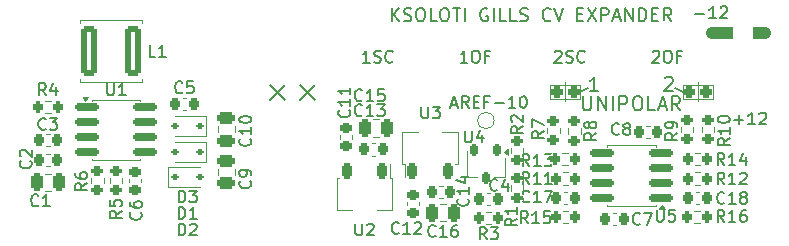
<source format=gbr>
%TF.GenerationSoftware,KiCad,Pcbnew,9.0.6-9.0.6~ubuntu24.04.1*%
%TF.CreationDate,2025-11-20T00:47:47+08:00*%
%TF.ProjectId,ksoloti-gills-cv-expander,6b736f6c-6f74-4692-9d67-696c6c732d63,v0.3*%
%TF.SameCoordinates,Original*%
%TF.FileFunction,Legend,Top*%
%TF.FilePolarity,Positive*%
%FSLAX46Y46*%
G04 Gerber Fmt 4.6, Leading zero omitted, Abs format (unit mm)*
G04 Created by KiCad (PCBNEW 9.0.6-9.0.6~ubuntu24.04.1) date 2025-11-20 00:47:47*
%MOMM*%
%LPD*%
G01*
G04 APERTURE LIST*
G04 Aperture macros list*
%AMRoundRect*
0 Rectangle with rounded corners*
0 $1 Rounding radius*
0 $2 $3 $4 $5 $6 $7 $8 $9 X,Y pos of 4 corners*
0 Add a 4 corners polygon primitive as box body*
4,1,4,$2,$3,$4,$5,$6,$7,$8,$9,$2,$3,0*
0 Add four circle primitives for the rounded corners*
1,1,$1+$1,$2,$3*
1,1,$1+$1,$4,$5*
1,1,$1+$1,$6,$7*
1,1,$1+$1,$8,$9*
0 Add four rect primitives between the rounded corners*
20,1,$1+$1,$2,$3,$4,$5,0*
20,1,$1+$1,$4,$5,$6,$7,0*
20,1,$1+$1,$6,$7,$8,$9,0*
20,1,$1+$1,$8,$9,$2,$3,0*%
%AMFreePoly0*
4,1,9,3.862500,-0.866500,0.937500,-0.866500,0.937500,-0.450000,-0.937500,-0.450000,-0.937500,0.450000,0.937500,0.450000,0.937500,0.866500,3.862500,0.866500,3.862500,-0.866500,3.862500,-0.866500,$1*%
G04 Aperture macros list end*
%ADD10C,1.000000*%
%ADD11C,0.150000*%
%ADD12C,0.200000*%
%ADD13C,0.120000*%
%ADD14C,0.650000*%
%ADD15RoundRect,0.250000X0.250000X0.475000X-0.250000X0.475000X-0.250000X-0.475000X0.250000X-0.475000X0*%
%ADD16RoundRect,0.200000X0.200000X0.275000X-0.200000X0.275000X-0.200000X-0.275000X0.200000X-0.275000X0*%
%ADD17RoundRect,0.237500X0.237500X0.237500X-0.237500X0.237500X-0.237500X-0.237500X0.237500X-0.237500X0*%
%ADD18RoundRect,0.225000X0.225000X0.250000X-0.225000X0.250000X-0.225000X-0.250000X0.225000X-0.250000X0*%
%ADD19RoundRect,0.225000X-0.225000X-0.250000X0.225000X-0.250000X0.225000X0.250000X-0.225000X0.250000X0*%
%ADD20C,1.152000*%
%ADD21RoundRect,0.200000X-0.200000X-0.275000X0.200000X-0.275000X0.200000X0.275000X-0.200000X0.275000X0*%
%ADD22RoundRect,0.175000X-0.175000X0.325000X-0.175000X-0.325000X0.175000X-0.325000X0.175000X0.325000X0*%
%ADD23RoundRect,0.112500X-0.187500X-0.112500X0.187500X-0.112500X0.187500X0.112500X-0.187500X0.112500X0*%
%ADD24RoundRect,0.200000X-0.275000X0.200000X-0.275000X-0.200000X0.275000X-0.200000X0.275000X0.200000X0*%
%ADD25RoundRect,0.112500X0.187500X0.112500X-0.187500X0.112500X-0.187500X-0.112500X0.187500X-0.112500X0*%
%ADD26RoundRect,0.225000X-0.250000X0.225000X-0.250000X-0.225000X0.250000X-0.225000X0.250000X0.225000X0*%
%ADD27RoundRect,0.200000X0.275000X-0.200000X0.275000X0.200000X-0.275000X0.200000X-0.275000X-0.200000X0*%
%ADD28RoundRect,0.225000X0.250000X-0.225000X0.250000X0.225000X-0.250000X0.225000X-0.250000X-0.225000X0*%
%ADD29RoundRect,0.150000X-0.825000X-0.150000X0.825000X-0.150000X0.825000X0.150000X-0.825000X0.150000X0*%
%ADD30R,2.410000X3.810000*%
%ADD31RoundRect,0.250000X0.475000X-0.250000X0.475000X0.250000X-0.475000X0.250000X-0.475000X-0.250000X0*%
%ADD32RoundRect,0.225000X0.225000X-0.425000X0.225000X0.425000X-0.225000X0.425000X-0.225000X-0.425000X0*%
%ADD33FreePoly0,90.000000*%
%ADD34RoundRect,0.150000X0.825000X0.150000X-0.825000X0.150000X-0.825000X-0.150000X0.825000X-0.150000X0*%
%ADD35RoundRect,0.249999X-0.450001X-1.850001X0.450001X-1.850001X0.450001X1.850001X-0.450001X1.850001X0*%
%ADD36C,1.000000*%
%ADD37RoundRect,0.225000X-0.225000X0.425000X-0.225000X-0.425000X0.225000X-0.425000X0.225000X0.425000X0*%
%ADD38FreePoly0,270.000000*%
%ADD39C,1.440000*%
%ADD40R,1.700000X1.700000*%
%ADD41C,1.700000*%
G04 APERTURE END LIST*
D10*
X38735000Y7518000D02*
X34290000Y7518000D01*
D11*
X-3175000Y1905000D02*
X-1905000Y3175000D01*
X-3175000Y3175000D02*
X-1905000Y1905000D01*
X31110000Y2911000D02*
X31761000Y2530000D01*
X23744000Y2911000D02*
X23115000Y2530000D01*
X-635000Y1905000D02*
X635000Y3175000D01*
X-635000Y3175000D02*
X635000Y1905000D01*
X29220905Y5935943D02*
X29268524Y5983562D01*
X29268524Y5983562D02*
X29363762Y6031181D01*
X29363762Y6031181D02*
X29601857Y6031181D01*
X29601857Y6031181D02*
X29697095Y5983562D01*
X29697095Y5983562D02*
X29744714Y5935943D01*
X29744714Y5935943D02*
X29792333Y5840705D01*
X29792333Y5840705D02*
X29792333Y5745467D01*
X29792333Y5745467D02*
X29744714Y5602610D01*
X29744714Y5602610D02*
X29173286Y5031181D01*
X29173286Y5031181D02*
X29792333Y5031181D01*
X30411381Y6031181D02*
X30601857Y6031181D01*
X30601857Y6031181D02*
X30697095Y5983562D01*
X30697095Y5983562D02*
X30792333Y5888324D01*
X30792333Y5888324D02*
X30839952Y5697848D01*
X30839952Y5697848D02*
X30839952Y5364515D01*
X30839952Y5364515D02*
X30792333Y5174039D01*
X30792333Y5174039D02*
X30697095Y5078800D01*
X30697095Y5078800D02*
X30601857Y5031181D01*
X30601857Y5031181D02*
X30411381Y5031181D01*
X30411381Y5031181D02*
X30316143Y5078800D01*
X30316143Y5078800D02*
X30220905Y5174039D01*
X30220905Y5174039D02*
X30173286Y5364515D01*
X30173286Y5364515D02*
X30173286Y5697848D01*
X30173286Y5697848D02*
X30220905Y5888324D01*
X30220905Y5888324D02*
X30316143Y5983562D01*
X30316143Y5983562D02*
X30411381Y6031181D01*
X31601857Y5554991D02*
X31268524Y5554991D01*
X31268524Y5031181D02*
X31268524Y6031181D01*
X31268524Y6031181D02*
X31744714Y6031181D01*
X13536333Y5031181D02*
X12964905Y5031181D01*
X13250619Y5031181D02*
X13250619Y6031181D01*
X13250619Y6031181D02*
X13155381Y5888324D01*
X13155381Y5888324D02*
X13060143Y5793086D01*
X13060143Y5793086D02*
X12964905Y5745467D01*
X14155381Y6031181D02*
X14345857Y6031181D01*
X14345857Y6031181D02*
X14441095Y5983562D01*
X14441095Y5983562D02*
X14536333Y5888324D01*
X14536333Y5888324D02*
X14583952Y5697848D01*
X14583952Y5697848D02*
X14583952Y5364515D01*
X14583952Y5364515D02*
X14536333Y5174039D01*
X14536333Y5174039D02*
X14441095Y5078800D01*
X14441095Y5078800D02*
X14345857Y5031181D01*
X14345857Y5031181D02*
X14155381Y5031181D01*
X14155381Y5031181D02*
X14060143Y5078800D01*
X14060143Y5078800D02*
X13964905Y5174039D01*
X13964905Y5174039D02*
X13917286Y5364515D01*
X13917286Y5364515D02*
X13917286Y5697848D01*
X13917286Y5697848D02*
X13964905Y5888324D01*
X13964905Y5888324D02*
X14060143Y5983562D01*
X14060143Y5983562D02*
X14155381Y6031181D01*
X15345857Y5554991D02*
X15012524Y5554991D01*
X15012524Y5031181D02*
X15012524Y6031181D01*
X15012524Y6031181D02*
X15488714Y6031181D01*
X5257523Y5031181D02*
X4686095Y5031181D01*
X4971809Y5031181D02*
X4971809Y6031181D01*
X4971809Y6031181D02*
X4876571Y5888324D01*
X4876571Y5888324D02*
X4781333Y5793086D01*
X4781333Y5793086D02*
X4686095Y5745467D01*
X5638476Y5078800D02*
X5781333Y5031181D01*
X5781333Y5031181D02*
X6019428Y5031181D01*
X6019428Y5031181D02*
X6114666Y5078800D01*
X6114666Y5078800D02*
X6162285Y5126420D01*
X6162285Y5126420D02*
X6209904Y5221658D01*
X6209904Y5221658D02*
X6209904Y5316896D01*
X6209904Y5316896D02*
X6162285Y5412134D01*
X6162285Y5412134D02*
X6114666Y5459753D01*
X6114666Y5459753D02*
X6019428Y5507372D01*
X6019428Y5507372D02*
X5828952Y5554991D01*
X5828952Y5554991D02*
X5733714Y5602610D01*
X5733714Y5602610D02*
X5686095Y5650229D01*
X5686095Y5650229D02*
X5638476Y5745467D01*
X5638476Y5745467D02*
X5638476Y5840705D01*
X5638476Y5840705D02*
X5686095Y5935943D01*
X5686095Y5935943D02*
X5733714Y5983562D01*
X5733714Y5983562D02*
X5828952Y6031181D01*
X5828952Y6031181D02*
X6067047Y6031181D01*
X6067047Y6031181D02*
X6209904Y5983562D01*
X7209904Y5126420D02*
X7162285Y5078800D01*
X7162285Y5078800D02*
X7019428Y5031181D01*
X7019428Y5031181D02*
X6924190Y5031181D01*
X6924190Y5031181D02*
X6781333Y5078800D01*
X6781333Y5078800D02*
X6686095Y5174039D01*
X6686095Y5174039D02*
X6638476Y5269277D01*
X6638476Y5269277D02*
X6590857Y5459753D01*
X6590857Y5459753D02*
X6590857Y5602610D01*
X6590857Y5602610D02*
X6638476Y5793086D01*
X6638476Y5793086D02*
X6686095Y5888324D01*
X6686095Y5888324D02*
X6781333Y5983562D01*
X6781333Y5983562D02*
X6924190Y6031181D01*
X6924190Y6031181D02*
X7019428Y6031181D01*
X7019428Y6031181D02*
X7162285Y5983562D01*
X7162285Y5983562D02*
X7209904Y5935943D01*
X20942095Y5935943D02*
X20989714Y5983562D01*
X20989714Y5983562D02*
X21084952Y6031181D01*
X21084952Y6031181D02*
X21323047Y6031181D01*
X21323047Y6031181D02*
X21418285Y5983562D01*
X21418285Y5983562D02*
X21465904Y5935943D01*
X21465904Y5935943D02*
X21513523Y5840705D01*
X21513523Y5840705D02*
X21513523Y5745467D01*
X21513523Y5745467D02*
X21465904Y5602610D01*
X21465904Y5602610D02*
X20894476Y5031181D01*
X20894476Y5031181D02*
X21513523Y5031181D01*
X21894476Y5078800D02*
X22037333Y5031181D01*
X22037333Y5031181D02*
X22275428Y5031181D01*
X22275428Y5031181D02*
X22370666Y5078800D01*
X22370666Y5078800D02*
X22418285Y5126420D01*
X22418285Y5126420D02*
X22465904Y5221658D01*
X22465904Y5221658D02*
X22465904Y5316896D01*
X22465904Y5316896D02*
X22418285Y5412134D01*
X22418285Y5412134D02*
X22370666Y5459753D01*
X22370666Y5459753D02*
X22275428Y5507372D01*
X22275428Y5507372D02*
X22084952Y5554991D01*
X22084952Y5554991D02*
X21989714Y5602610D01*
X21989714Y5602610D02*
X21942095Y5650229D01*
X21942095Y5650229D02*
X21894476Y5745467D01*
X21894476Y5745467D02*
X21894476Y5840705D01*
X21894476Y5840705D02*
X21942095Y5935943D01*
X21942095Y5935943D02*
X21989714Y5983562D01*
X21989714Y5983562D02*
X22084952Y6031181D01*
X22084952Y6031181D02*
X22323047Y6031181D01*
X22323047Y6031181D02*
X22465904Y5983562D01*
X23465904Y5126420D02*
X23418285Y5078800D01*
X23418285Y5078800D02*
X23275428Y5031181D01*
X23275428Y5031181D02*
X23180190Y5031181D01*
X23180190Y5031181D02*
X23037333Y5078800D01*
X23037333Y5078800D02*
X22942095Y5174039D01*
X22942095Y5174039D02*
X22894476Y5269277D01*
X22894476Y5269277D02*
X22846857Y5459753D01*
X22846857Y5459753D02*
X22846857Y5602610D01*
X22846857Y5602610D02*
X22894476Y5793086D01*
X22894476Y5793086D02*
X22942095Y5888324D01*
X22942095Y5888324D02*
X23037333Y5983562D01*
X23037333Y5983562D02*
X23180190Y6031181D01*
X23180190Y6031181D02*
X23275428Y6031181D01*
X23275428Y6031181D02*
X23418285Y5983562D01*
X23418285Y5983562D02*
X23465904Y5935943D01*
D12*
X24599857Y2630258D02*
X23914143Y2630258D01*
X24257000Y2630258D02*
X24257000Y3830258D01*
X24257000Y3830258D02*
X24142714Y3658829D01*
X24142714Y3658829D02*
X24028429Y3544543D01*
X24028429Y3544543D02*
X23914143Y3487400D01*
X7124482Y8543520D02*
X7124482Y9643520D01*
X7753054Y8543520D02*
X7281625Y9172091D01*
X7753054Y9643520D02*
X7124482Y9014948D01*
X8172101Y8595900D02*
X8329244Y8543520D01*
X8329244Y8543520D02*
X8591149Y8543520D01*
X8591149Y8543520D02*
X8695911Y8595900D01*
X8695911Y8595900D02*
X8748292Y8648281D01*
X8748292Y8648281D02*
X8800673Y8753043D01*
X8800673Y8753043D02*
X8800673Y8857805D01*
X8800673Y8857805D02*
X8748292Y8962567D01*
X8748292Y8962567D02*
X8695911Y9014948D01*
X8695911Y9014948D02*
X8591149Y9067329D01*
X8591149Y9067329D02*
X8381625Y9119710D01*
X8381625Y9119710D02*
X8276863Y9172091D01*
X8276863Y9172091D02*
X8224482Y9224472D01*
X8224482Y9224472D02*
X8172101Y9329234D01*
X8172101Y9329234D02*
X8172101Y9433996D01*
X8172101Y9433996D02*
X8224482Y9538758D01*
X8224482Y9538758D02*
X8276863Y9591139D01*
X8276863Y9591139D02*
X8381625Y9643520D01*
X8381625Y9643520D02*
X8643530Y9643520D01*
X8643530Y9643520D02*
X8800673Y9591139D01*
X9481625Y9643520D02*
X9691149Y9643520D01*
X9691149Y9643520D02*
X9795911Y9591139D01*
X9795911Y9591139D02*
X9900673Y9486377D01*
X9900673Y9486377D02*
X9953054Y9276853D01*
X9953054Y9276853D02*
X9953054Y8910186D01*
X9953054Y8910186D02*
X9900673Y8700662D01*
X9900673Y8700662D02*
X9795911Y8595900D01*
X9795911Y8595900D02*
X9691149Y8543520D01*
X9691149Y8543520D02*
X9481625Y8543520D01*
X9481625Y8543520D02*
X9376863Y8595900D01*
X9376863Y8595900D02*
X9272101Y8700662D01*
X9272101Y8700662D02*
X9219720Y8910186D01*
X9219720Y8910186D02*
X9219720Y9276853D01*
X9219720Y9276853D02*
X9272101Y9486377D01*
X9272101Y9486377D02*
X9376863Y9591139D01*
X9376863Y9591139D02*
X9481625Y9643520D01*
X10948292Y8543520D02*
X10424482Y8543520D01*
X10424482Y8543520D02*
X10424482Y9643520D01*
X11524482Y9643520D02*
X11734006Y9643520D01*
X11734006Y9643520D02*
X11838768Y9591139D01*
X11838768Y9591139D02*
X11943530Y9486377D01*
X11943530Y9486377D02*
X11995911Y9276853D01*
X11995911Y9276853D02*
X11995911Y8910186D01*
X11995911Y8910186D02*
X11943530Y8700662D01*
X11943530Y8700662D02*
X11838768Y8595900D01*
X11838768Y8595900D02*
X11734006Y8543520D01*
X11734006Y8543520D02*
X11524482Y8543520D01*
X11524482Y8543520D02*
X11419720Y8595900D01*
X11419720Y8595900D02*
X11314958Y8700662D01*
X11314958Y8700662D02*
X11262577Y8910186D01*
X11262577Y8910186D02*
X11262577Y9276853D01*
X11262577Y9276853D02*
X11314958Y9486377D01*
X11314958Y9486377D02*
X11419720Y9591139D01*
X11419720Y9591139D02*
X11524482Y9643520D01*
X12310196Y9643520D02*
X12938768Y9643520D01*
X12624482Y8543520D02*
X12624482Y9643520D01*
X13305434Y8543520D02*
X13305434Y9643520D01*
X15243530Y9591139D02*
X15138768Y9643520D01*
X15138768Y9643520D02*
X14981625Y9643520D01*
X14981625Y9643520D02*
X14824482Y9591139D01*
X14824482Y9591139D02*
X14719720Y9486377D01*
X14719720Y9486377D02*
X14667339Y9381615D01*
X14667339Y9381615D02*
X14614958Y9172091D01*
X14614958Y9172091D02*
X14614958Y9014948D01*
X14614958Y9014948D02*
X14667339Y8805424D01*
X14667339Y8805424D02*
X14719720Y8700662D01*
X14719720Y8700662D02*
X14824482Y8595900D01*
X14824482Y8595900D02*
X14981625Y8543520D01*
X14981625Y8543520D02*
X15086387Y8543520D01*
X15086387Y8543520D02*
X15243530Y8595900D01*
X15243530Y8595900D02*
X15295911Y8648281D01*
X15295911Y8648281D02*
X15295911Y9014948D01*
X15295911Y9014948D02*
X15086387Y9014948D01*
X15767339Y8543520D02*
X15767339Y9643520D01*
X16814959Y8543520D02*
X16291149Y8543520D01*
X16291149Y8543520D02*
X16291149Y9643520D01*
X17705435Y8543520D02*
X17181625Y8543520D01*
X17181625Y8543520D02*
X17181625Y9643520D01*
X18019720Y8595900D02*
X18176863Y8543520D01*
X18176863Y8543520D02*
X18438768Y8543520D01*
X18438768Y8543520D02*
X18543530Y8595900D01*
X18543530Y8595900D02*
X18595911Y8648281D01*
X18595911Y8648281D02*
X18648292Y8753043D01*
X18648292Y8753043D02*
X18648292Y8857805D01*
X18648292Y8857805D02*
X18595911Y8962567D01*
X18595911Y8962567D02*
X18543530Y9014948D01*
X18543530Y9014948D02*
X18438768Y9067329D01*
X18438768Y9067329D02*
X18229244Y9119710D01*
X18229244Y9119710D02*
X18124482Y9172091D01*
X18124482Y9172091D02*
X18072101Y9224472D01*
X18072101Y9224472D02*
X18019720Y9329234D01*
X18019720Y9329234D02*
X18019720Y9433996D01*
X18019720Y9433996D02*
X18072101Y9538758D01*
X18072101Y9538758D02*
X18124482Y9591139D01*
X18124482Y9591139D02*
X18229244Y9643520D01*
X18229244Y9643520D02*
X18491149Y9643520D01*
X18491149Y9643520D02*
X18648292Y9591139D01*
X20586387Y8648281D02*
X20534006Y8595900D01*
X20534006Y8595900D02*
X20376863Y8543520D01*
X20376863Y8543520D02*
X20272101Y8543520D01*
X20272101Y8543520D02*
X20114958Y8595900D01*
X20114958Y8595900D02*
X20010196Y8700662D01*
X20010196Y8700662D02*
X19957815Y8805424D01*
X19957815Y8805424D02*
X19905434Y9014948D01*
X19905434Y9014948D02*
X19905434Y9172091D01*
X19905434Y9172091D02*
X19957815Y9381615D01*
X19957815Y9381615D02*
X20010196Y9486377D01*
X20010196Y9486377D02*
X20114958Y9591139D01*
X20114958Y9591139D02*
X20272101Y9643520D01*
X20272101Y9643520D02*
X20376863Y9643520D01*
X20376863Y9643520D02*
X20534006Y9591139D01*
X20534006Y9591139D02*
X20586387Y9538758D01*
X20900672Y9643520D02*
X21267339Y8543520D01*
X21267339Y8543520D02*
X21634006Y9643520D01*
X22838767Y9119710D02*
X23205434Y9119710D01*
X23362577Y8543520D02*
X22838767Y8543520D01*
X22838767Y8543520D02*
X22838767Y9643520D01*
X22838767Y9643520D02*
X23362577Y9643520D01*
X23729243Y9643520D02*
X24462577Y8543520D01*
X24462577Y9643520D02*
X23729243Y8543520D01*
X24881624Y8543520D02*
X24881624Y9643520D01*
X24881624Y9643520D02*
X25300672Y9643520D01*
X25300672Y9643520D02*
X25405434Y9591139D01*
X25405434Y9591139D02*
X25457815Y9538758D01*
X25457815Y9538758D02*
X25510196Y9433996D01*
X25510196Y9433996D02*
X25510196Y9276853D01*
X25510196Y9276853D02*
X25457815Y9172091D01*
X25457815Y9172091D02*
X25405434Y9119710D01*
X25405434Y9119710D02*
X25300672Y9067329D01*
X25300672Y9067329D02*
X24881624Y9067329D01*
X25929243Y8857805D02*
X26453053Y8857805D01*
X25824481Y8543520D02*
X26191148Y9643520D01*
X26191148Y9643520D02*
X26557815Y8543520D01*
X26924481Y8543520D02*
X26924481Y9643520D01*
X26924481Y9643520D02*
X27553053Y8543520D01*
X27553053Y8543520D02*
X27553053Y9643520D01*
X28076862Y8543520D02*
X28076862Y9643520D01*
X28076862Y9643520D02*
X28338767Y9643520D01*
X28338767Y9643520D02*
X28495910Y9591139D01*
X28495910Y9591139D02*
X28600672Y9486377D01*
X28600672Y9486377D02*
X28653053Y9381615D01*
X28653053Y9381615D02*
X28705434Y9172091D01*
X28705434Y9172091D02*
X28705434Y9014948D01*
X28705434Y9014948D02*
X28653053Y8805424D01*
X28653053Y8805424D02*
X28600672Y8700662D01*
X28600672Y8700662D02*
X28495910Y8595900D01*
X28495910Y8595900D02*
X28338767Y8543520D01*
X28338767Y8543520D02*
X28076862Y8543520D01*
X29176862Y9119710D02*
X29543529Y9119710D01*
X29700672Y8543520D02*
X29176862Y8543520D01*
X29176862Y8543520D02*
X29176862Y9643520D01*
X29176862Y9643520D02*
X29700672Y9643520D01*
X30800672Y8543520D02*
X30434005Y9067329D01*
X30172100Y8543520D02*
X30172100Y9643520D01*
X30172100Y9643520D02*
X30591148Y9643520D01*
X30591148Y9643520D02*
X30695910Y9591139D01*
X30695910Y9591139D02*
X30748291Y9538758D01*
X30748291Y9538758D02*
X30800672Y9433996D01*
X30800672Y9433996D02*
X30800672Y9276853D01*
X30800672Y9276853D02*
X30748291Y9172091D01*
X30748291Y9172091D02*
X30695910Y9119710D01*
X30695910Y9119710D02*
X30591148Y9067329D01*
X30591148Y9067329D02*
X30172100Y9067329D01*
X30264143Y3715972D02*
X30321286Y3773115D01*
X30321286Y3773115D02*
X30435572Y3830258D01*
X30435572Y3830258D02*
X30721286Y3830258D01*
X30721286Y3830258D02*
X30835572Y3773115D01*
X30835572Y3773115D02*
X30892714Y3715972D01*
X30892714Y3715972D02*
X30949857Y3601686D01*
X30949857Y3601686D02*
X30949857Y3487400D01*
X30949857Y3487400D02*
X30892714Y3315972D01*
X30892714Y3315972D02*
X30207000Y2630258D01*
X30207000Y2630258D02*
X30949857Y2630258D01*
D11*
X32839067Y9171734D02*
X33600972Y9171734D01*
X34600971Y8790781D02*
X34029543Y8790781D01*
X34315257Y8790781D02*
X34315257Y9790781D01*
X34315257Y9790781D02*
X34220019Y9647924D01*
X34220019Y9647924D02*
X34124781Y9552686D01*
X34124781Y9552686D02*
X34029543Y9505067D01*
X34981924Y9695543D02*
X35029543Y9743162D01*
X35029543Y9743162D02*
X35124781Y9790781D01*
X35124781Y9790781D02*
X35362876Y9790781D01*
X35362876Y9790781D02*
X35458114Y9743162D01*
X35458114Y9743162D02*
X35505733Y9695543D01*
X35505733Y9695543D02*
X35553352Y9600305D01*
X35553352Y9600305D02*
X35553352Y9505067D01*
X35553352Y9505067D02*
X35505733Y9362210D01*
X35505733Y9362210D02*
X34934305Y8790781D01*
X34934305Y8790781D02*
X35553352Y8790781D01*
X36131667Y180134D02*
X36893572Y180134D01*
X36512619Y-200819D02*
X36512619Y561086D01*
X37893571Y-200819D02*
X37322143Y-200819D01*
X37607857Y-200819D02*
X37607857Y799181D01*
X37607857Y799181D02*
X37512619Y656324D01*
X37512619Y656324D02*
X37417381Y561086D01*
X37417381Y561086D02*
X37322143Y513467D01*
X38274524Y703943D02*
X38322143Y751562D01*
X38322143Y751562D02*
X38417381Y799181D01*
X38417381Y799181D02*
X38655476Y799181D01*
X38655476Y799181D02*
X38750714Y751562D01*
X38750714Y751562D02*
X38798333Y703943D01*
X38798333Y703943D02*
X38845952Y608705D01*
X38845952Y608705D02*
X38845952Y513467D01*
X38845952Y513467D02*
X38798333Y370610D01*
X38798333Y370610D02*
X38226905Y-200819D01*
X38226905Y-200819D02*
X38845952Y-200819D01*
D12*
X23325285Y2179258D02*
X23325285Y1207829D01*
X23325285Y1207829D02*
X23382428Y1093543D01*
X23382428Y1093543D02*
X23439571Y1036400D01*
X23439571Y1036400D02*
X23553856Y979258D01*
X23553856Y979258D02*
X23782428Y979258D01*
X23782428Y979258D02*
X23896713Y1036400D01*
X23896713Y1036400D02*
X23953856Y1093543D01*
X23953856Y1093543D02*
X24010999Y1207829D01*
X24010999Y1207829D02*
X24010999Y2179258D01*
X24582428Y979258D02*
X24582428Y2179258D01*
X24582428Y2179258D02*
X25268142Y979258D01*
X25268142Y979258D02*
X25268142Y2179258D01*
X25839571Y979258D02*
X25839571Y2179258D01*
X26411000Y979258D02*
X26411000Y2179258D01*
X26411000Y2179258D02*
X26868143Y2179258D01*
X26868143Y2179258D02*
X26982428Y2122115D01*
X26982428Y2122115D02*
X27039571Y2064972D01*
X27039571Y2064972D02*
X27096714Y1950686D01*
X27096714Y1950686D02*
X27096714Y1779258D01*
X27096714Y1779258D02*
X27039571Y1664972D01*
X27039571Y1664972D02*
X26982428Y1607829D01*
X26982428Y1607829D02*
X26868143Y1550686D01*
X26868143Y1550686D02*
X26411000Y1550686D01*
X27839571Y2179258D02*
X28068143Y2179258D01*
X28068143Y2179258D02*
X28182428Y2122115D01*
X28182428Y2122115D02*
X28296714Y2007829D01*
X28296714Y2007829D02*
X28353857Y1779258D01*
X28353857Y1779258D02*
X28353857Y1379258D01*
X28353857Y1379258D02*
X28296714Y1150686D01*
X28296714Y1150686D02*
X28182428Y1036400D01*
X28182428Y1036400D02*
X28068143Y979258D01*
X28068143Y979258D02*
X27839571Y979258D01*
X27839571Y979258D02*
X27725286Y1036400D01*
X27725286Y1036400D02*
X27611000Y1150686D01*
X27611000Y1150686D02*
X27553857Y1379258D01*
X27553857Y1379258D02*
X27553857Y1779258D01*
X27553857Y1779258D02*
X27611000Y2007829D01*
X27611000Y2007829D02*
X27725286Y2122115D01*
X27725286Y2122115D02*
X27839571Y2179258D01*
X29439571Y979258D02*
X28868143Y979258D01*
X28868143Y979258D02*
X28868143Y2179258D01*
X29782429Y1322115D02*
X30353858Y1322115D01*
X29668143Y979258D02*
X30068143Y2179258D01*
X30068143Y2179258D02*
X30468143Y979258D01*
X31553857Y979258D02*
X31153857Y1550686D01*
X30868143Y979258D02*
X30868143Y2179258D01*
X30868143Y2179258D02*
X31325286Y2179258D01*
X31325286Y2179258D02*
X31439571Y2122115D01*
X31439571Y2122115D02*
X31496714Y2064972D01*
X31496714Y2064972D02*
X31553857Y1950686D01*
X31553857Y1950686D02*
X31553857Y1779258D01*
X31553857Y1779258D02*
X31496714Y1664972D01*
X31496714Y1664972D02*
X31439571Y1607829D01*
X31439571Y1607829D02*
X31325286Y1550686D01*
X31325286Y1550686D02*
X30868143Y1550686D01*
D11*
X10847142Y-9630580D02*
X10799523Y-9678200D01*
X10799523Y-9678200D02*
X10656666Y-9725819D01*
X10656666Y-9725819D02*
X10561428Y-9725819D01*
X10561428Y-9725819D02*
X10418571Y-9678200D01*
X10418571Y-9678200D02*
X10323333Y-9582961D01*
X10323333Y-9582961D02*
X10275714Y-9487723D01*
X10275714Y-9487723D02*
X10228095Y-9297247D01*
X10228095Y-9297247D02*
X10228095Y-9154390D01*
X10228095Y-9154390D02*
X10275714Y-8963914D01*
X10275714Y-8963914D02*
X10323333Y-8868676D01*
X10323333Y-8868676D02*
X10418571Y-8773438D01*
X10418571Y-8773438D02*
X10561428Y-8725819D01*
X10561428Y-8725819D02*
X10656666Y-8725819D01*
X10656666Y-8725819D02*
X10799523Y-8773438D01*
X10799523Y-8773438D02*
X10847142Y-8821057D01*
X11799523Y-9725819D02*
X11228095Y-9725819D01*
X11513809Y-9725819D02*
X11513809Y-8725819D01*
X11513809Y-8725819D02*
X11418571Y-8868676D01*
X11418571Y-8868676D02*
X11323333Y-8963914D01*
X11323333Y-8963914D02*
X11228095Y-9011533D01*
X12656666Y-8725819D02*
X12466190Y-8725819D01*
X12466190Y-8725819D02*
X12370952Y-8773438D01*
X12370952Y-8773438D02*
X12323333Y-8821057D01*
X12323333Y-8821057D02*
X12228095Y-8963914D01*
X12228095Y-8963914D02*
X12180476Y-9154390D01*
X12180476Y-9154390D02*
X12180476Y-9535342D01*
X12180476Y-9535342D02*
X12228095Y-9630580D01*
X12228095Y-9630580D02*
X12275714Y-9678200D01*
X12275714Y-9678200D02*
X12370952Y-9725819D01*
X12370952Y-9725819D02*
X12561428Y-9725819D01*
X12561428Y-9725819D02*
X12656666Y-9678200D01*
X12656666Y-9678200D02*
X12704285Y-9630580D01*
X12704285Y-9630580D02*
X12751904Y-9535342D01*
X12751904Y-9535342D02*
X12751904Y-9297247D01*
X12751904Y-9297247D02*
X12704285Y-9202009D01*
X12704285Y-9202009D02*
X12656666Y-9154390D01*
X12656666Y-9154390D02*
X12561428Y-9106771D01*
X12561428Y-9106771D02*
X12370952Y-9106771D01*
X12370952Y-9106771D02*
X12275714Y-9154390D01*
X12275714Y-9154390D02*
X12228095Y-9202009D01*
X12228095Y-9202009D02*
X12180476Y-9297247D01*
X35291342Y-3645819D02*
X34958009Y-3169628D01*
X34719914Y-3645819D02*
X34719914Y-2645819D01*
X34719914Y-2645819D02*
X35100866Y-2645819D01*
X35100866Y-2645819D02*
X35196104Y-2693438D01*
X35196104Y-2693438D02*
X35243723Y-2741057D01*
X35243723Y-2741057D02*
X35291342Y-2836295D01*
X35291342Y-2836295D02*
X35291342Y-2979152D01*
X35291342Y-2979152D02*
X35243723Y-3074390D01*
X35243723Y-3074390D02*
X35196104Y-3122009D01*
X35196104Y-3122009D02*
X35100866Y-3169628D01*
X35100866Y-3169628D02*
X34719914Y-3169628D01*
X36243723Y-3645819D02*
X35672295Y-3645819D01*
X35958009Y-3645819D02*
X35958009Y-2645819D01*
X35958009Y-2645819D02*
X35862771Y-2788676D01*
X35862771Y-2788676D02*
X35767533Y-2883914D01*
X35767533Y-2883914D02*
X35672295Y-2931533D01*
X37100866Y-2979152D02*
X37100866Y-3645819D01*
X36862771Y-2598200D02*
X36624676Y-3312485D01*
X36624676Y-3312485D02*
X37243723Y-3312485D01*
X16089333Y-5744580D02*
X16041714Y-5792200D01*
X16041714Y-5792200D02*
X15898857Y-5839819D01*
X15898857Y-5839819D02*
X15803619Y-5839819D01*
X15803619Y-5839819D02*
X15660762Y-5792200D01*
X15660762Y-5792200D02*
X15565524Y-5696961D01*
X15565524Y-5696961D02*
X15517905Y-5601723D01*
X15517905Y-5601723D02*
X15470286Y-5411247D01*
X15470286Y-5411247D02*
X15470286Y-5268390D01*
X15470286Y-5268390D02*
X15517905Y-5077914D01*
X15517905Y-5077914D02*
X15565524Y-4982676D01*
X15565524Y-4982676D02*
X15660762Y-4887438D01*
X15660762Y-4887438D02*
X15803619Y-4839819D01*
X15803619Y-4839819D02*
X15898857Y-4839819D01*
X15898857Y-4839819D02*
X16041714Y-4887438D01*
X16041714Y-4887438D02*
X16089333Y-4935057D01*
X16946476Y-5173152D02*
X16946476Y-5839819D01*
X16708381Y-4792200D02*
X16470286Y-5506485D01*
X16470286Y-5506485D02*
X17089333Y-5506485D01*
X-22770867Y-7035580D02*
X-22818486Y-7083200D01*
X-22818486Y-7083200D02*
X-22961343Y-7130819D01*
X-22961343Y-7130819D02*
X-23056581Y-7130819D01*
X-23056581Y-7130819D02*
X-23199438Y-7083200D01*
X-23199438Y-7083200D02*
X-23294676Y-6987961D01*
X-23294676Y-6987961D02*
X-23342295Y-6892723D01*
X-23342295Y-6892723D02*
X-23389914Y-6702247D01*
X-23389914Y-6702247D02*
X-23389914Y-6559390D01*
X-23389914Y-6559390D02*
X-23342295Y-6368914D01*
X-23342295Y-6368914D02*
X-23294676Y-6273676D01*
X-23294676Y-6273676D02*
X-23199438Y-6178438D01*
X-23199438Y-6178438D02*
X-23056581Y-6130819D01*
X-23056581Y-6130819D02*
X-22961343Y-6130819D01*
X-22961343Y-6130819D02*
X-22818486Y-6178438D01*
X-22818486Y-6178438D02*
X-22770867Y-6226057D01*
X-21818486Y-7130819D02*
X-22389914Y-7130819D01*
X-22104200Y-7130819D02*
X-22104200Y-6130819D01*
X-22104200Y-6130819D02*
X-22199438Y-6273676D01*
X-22199438Y-6273676D02*
X-22294676Y-6368914D01*
X-22294676Y-6368914D02*
X-22389914Y-6416533D01*
X28149333Y-8595580D02*
X28101714Y-8643200D01*
X28101714Y-8643200D02*
X27958857Y-8690819D01*
X27958857Y-8690819D02*
X27863619Y-8690819D01*
X27863619Y-8690819D02*
X27720762Y-8643200D01*
X27720762Y-8643200D02*
X27625524Y-8547961D01*
X27625524Y-8547961D02*
X27577905Y-8452723D01*
X27577905Y-8452723D02*
X27530286Y-8262247D01*
X27530286Y-8262247D02*
X27530286Y-8119390D01*
X27530286Y-8119390D02*
X27577905Y-7928914D01*
X27577905Y-7928914D02*
X27625524Y-7833676D01*
X27625524Y-7833676D02*
X27720762Y-7738438D01*
X27720762Y-7738438D02*
X27863619Y-7690819D01*
X27863619Y-7690819D02*
X27958857Y-7690819D01*
X27958857Y-7690819D02*
X28101714Y-7738438D01*
X28101714Y-7738438D02*
X28149333Y-7786057D01*
X28482667Y-7690819D02*
X29149333Y-7690819D01*
X29149333Y-7690819D02*
X28720762Y-8690819D01*
X18788142Y-3727819D02*
X18454809Y-3251628D01*
X18216714Y-3727819D02*
X18216714Y-2727819D01*
X18216714Y-2727819D02*
X18597666Y-2727819D01*
X18597666Y-2727819D02*
X18692904Y-2775438D01*
X18692904Y-2775438D02*
X18740523Y-2823057D01*
X18740523Y-2823057D02*
X18788142Y-2918295D01*
X18788142Y-2918295D02*
X18788142Y-3061152D01*
X18788142Y-3061152D02*
X18740523Y-3156390D01*
X18740523Y-3156390D02*
X18692904Y-3204009D01*
X18692904Y-3204009D02*
X18597666Y-3251628D01*
X18597666Y-3251628D02*
X18216714Y-3251628D01*
X19740523Y-3727819D02*
X19169095Y-3727819D01*
X19454809Y-3727819D02*
X19454809Y-2727819D01*
X19454809Y-2727819D02*
X19359571Y-2870676D01*
X19359571Y-2870676D02*
X19264333Y-2965914D01*
X19264333Y-2965914D02*
X19169095Y-3013533D01*
X20073857Y-2727819D02*
X20692904Y-2727819D01*
X20692904Y-2727819D02*
X20359571Y-3108771D01*
X20359571Y-3108771D02*
X20502428Y-3108771D01*
X20502428Y-3108771D02*
X20597666Y-3156390D01*
X20597666Y-3156390D02*
X20645285Y-3204009D01*
X20645285Y-3204009D02*
X20692904Y-3299247D01*
X20692904Y-3299247D02*
X20692904Y-3537342D01*
X20692904Y-3537342D02*
X20645285Y-3632580D01*
X20645285Y-3632580D02*
X20597666Y-3680200D01*
X20597666Y-3680200D02*
X20502428Y-3727819D01*
X20502428Y-3727819D02*
X20216714Y-3727819D01*
X20216714Y-3727819D02*
X20121476Y-3680200D01*
X20121476Y-3680200D02*
X20073857Y-3632580D01*
X35291342Y-5280819D02*
X34958009Y-4804628D01*
X34719914Y-5280819D02*
X34719914Y-4280819D01*
X34719914Y-4280819D02*
X35100866Y-4280819D01*
X35100866Y-4280819D02*
X35196104Y-4328438D01*
X35196104Y-4328438D02*
X35243723Y-4376057D01*
X35243723Y-4376057D02*
X35291342Y-4471295D01*
X35291342Y-4471295D02*
X35291342Y-4614152D01*
X35291342Y-4614152D02*
X35243723Y-4709390D01*
X35243723Y-4709390D02*
X35196104Y-4757009D01*
X35196104Y-4757009D02*
X35100866Y-4804628D01*
X35100866Y-4804628D02*
X34719914Y-4804628D01*
X36243723Y-5280819D02*
X35672295Y-5280819D01*
X35958009Y-5280819D02*
X35958009Y-4280819D01*
X35958009Y-4280819D02*
X35862771Y-4423676D01*
X35862771Y-4423676D02*
X35767533Y-4518914D01*
X35767533Y-4518914D02*
X35672295Y-4566533D01*
X36624676Y-4376057D02*
X36672295Y-4328438D01*
X36672295Y-4328438D02*
X36767533Y-4280819D01*
X36767533Y-4280819D02*
X37005628Y-4280819D01*
X37005628Y-4280819D02*
X37100866Y-4328438D01*
X37100866Y-4328438D02*
X37148485Y-4376057D01*
X37148485Y-4376057D02*
X37196104Y-4471295D01*
X37196104Y-4471295D02*
X37196104Y-4566533D01*
X37196104Y-4566533D02*
X37148485Y-4709390D01*
X37148485Y-4709390D02*
X36577057Y-5280819D01*
X36577057Y-5280819D02*
X37196104Y-5280819D01*
X35298142Y-6836580D02*
X35250523Y-6884200D01*
X35250523Y-6884200D02*
X35107666Y-6931819D01*
X35107666Y-6931819D02*
X35012428Y-6931819D01*
X35012428Y-6931819D02*
X34869571Y-6884200D01*
X34869571Y-6884200D02*
X34774333Y-6788961D01*
X34774333Y-6788961D02*
X34726714Y-6693723D01*
X34726714Y-6693723D02*
X34679095Y-6503247D01*
X34679095Y-6503247D02*
X34679095Y-6360390D01*
X34679095Y-6360390D02*
X34726714Y-6169914D01*
X34726714Y-6169914D02*
X34774333Y-6074676D01*
X34774333Y-6074676D02*
X34869571Y-5979438D01*
X34869571Y-5979438D02*
X35012428Y-5931819D01*
X35012428Y-5931819D02*
X35107666Y-5931819D01*
X35107666Y-5931819D02*
X35250523Y-5979438D01*
X35250523Y-5979438D02*
X35298142Y-6027057D01*
X36250523Y-6931819D02*
X35679095Y-6931819D01*
X35964809Y-6931819D02*
X35964809Y-5931819D01*
X35964809Y-5931819D02*
X35869571Y-6074676D01*
X35869571Y-6074676D02*
X35774333Y-6169914D01*
X35774333Y-6169914D02*
X35679095Y-6217533D01*
X36821952Y-6360390D02*
X36726714Y-6312771D01*
X36726714Y-6312771D02*
X36679095Y-6265152D01*
X36679095Y-6265152D02*
X36631476Y-6169914D01*
X36631476Y-6169914D02*
X36631476Y-6122295D01*
X36631476Y-6122295D02*
X36679095Y-6027057D01*
X36679095Y-6027057D02*
X36726714Y-5979438D01*
X36726714Y-5979438D02*
X36821952Y-5931819D01*
X36821952Y-5931819D02*
X37012428Y-5931819D01*
X37012428Y-5931819D02*
X37107666Y-5979438D01*
X37107666Y-5979438D02*
X37155285Y-6027057D01*
X37155285Y-6027057D02*
X37202904Y-6122295D01*
X37202904Y-6122295D02*
X37202904Y-6169914D01*
X37202904Y-6169914D02*
X37155285Y-6265152D01*
X37155285Y-6265152D02*
X37107666Y-6312771D01*
X37107666Y-6312771D02*
X37012428Y-6360390D01*
X37012428Y-6360390D02*
X36821952Y-6360390D01*
X36821952Y-6360390D02*
X36726714Y-6408009D01*
X36726714Y-6408009D02*
X36679095Y-6455628D01*
X36679095Y-6455628D02*
X36631476Y-6550866D01*
X36631476Y-6550866D02*
X36631476Y-6741342D01*
X36631476Y-6741342D02*
X36679095Y-6836580D01*
X36679095Y-6836580D02*
X36726714Y-6884200D01*
X36726714Y-6884200D02*
X36821952Y-6931819D01*
X36821952Y-6931819D02*
X37012428Y-6931819D01*
X37012428Y-6931819D02*
X37107666Y-6884200D01*
X37107666Y-6884200D02*
X37155285Y-6836580D01*
X37155285Y-6836580D02*
X37202904Y-6741342D01*
X37202904Y-6741342D02*
X37202904Y-6550866D01*
X37202904Y-6550866D02*
X37155285Y-6455628D01*
X37155285Y-6455628D02*
X37107666Y-6408009D01*
X37107666Y-6408009D02*
X37012428Y-6360390D01*
X13335095Y-724819D02*
X13335095Y-1534342D01*
X13335095Y-1534342D02*
X13382714Y-1629580D01*
X13382714Y-1629580D02*
X13430333Y-1677200D01*
X13430333Y-1677200D02*
X13525571Y-1724819D01*
X13525571Y-1724819D02*
X13716047Y-1724819D01*
X13716047Y-1724819D02*
X13811285Y-1677200D01*
X13811285Y-1677200D02*
X13858904Y-1629580D01*
X13858904Y-1629580D02*
X13906523Y-1534342D01*
X13906523Y-1534342D02*
X13906523Y-724819D01*
X14811285Y-1058152D02*
X14811285Y-1724819D01*
X14573190Y-677200D02*
X14335095Y-1391485D01*
X14335095Y-1391485D02*
X14954142Y-1391485D01*
X4624142Y1863420D02*
X4576523Y1815800D01*
X4576523Y1815800D02*
X4433666Y1768181D01*
X4433666Y1768181D02*
X4338428Y1768181D01*
X4338428Y1768181D02*
X4195571Y1815800D01*
X4195571Y1815800D02*
X4100333Y1911039D01*
X4100333Y1911039D02*
X4052714Y2006277D01*
X4052714Y2006277D02*
X4005095Y2196753D01*
X4005095Y2196753D02*
X4005095Y2339610D01*
X4005095Y2339610D02*
X4052714Y2530086D01*
X4052714Y2530086D02*
X4100333Y2625324D01*
X4100333Y2625324D02*
X4195571Y2720562D01*
X4195571Y2720562D02*
X4338428Y2768181D01*
X4338428Y2768181D02*
X4433666Y2768181D01*
X4433666Y2768181D02*
X4576523Y2720562D01*
X4576523Y2720562D02*
X4624142Y2672943D01*
X5576523Y1768181D02*
X5005095Y1768181D01*
X5290809Y1768181D02*
X5290809Y2768181D01*
X5290809Y2768181D02*
X5195571Y2625324D01*
X5195571Y2625324D02*
X5100333Y2530086D01*
X5100333Y2530086D02*
X5005095Y2482467D01*
X6481285Y2768181D02*
X6005095Y2768181D01*
X6005095Y2768181D02*
X5957476Y2291991D01*
X5957476Y2291991D02*
X6005095Y2339610D01*
X6005095Y2339610D02*
X6100333Y2387229D01*
X6100333Y2387229D02*
X6338428Y2387229D01*
X6338428Y2387229D02*
X6433666Y2339610D01*
X6433666Y2339610D02*
X6481285Y2291991D01*
X6481285Y2291991D02*
X6528904Y2196753D01*
X6528904Y2196753D02*
X6528904Y1958658D01*
X6528904Y1958658D02*
X6481285Y1863420D01*
X6481285Y1863420D02*
X6433666Y1815800D01*
X6433666Y1815800D02*
X6338428Y1768181D01*
X6338428Y1768181D02*
X6100333Y1768181D01*
X6100333Y1768181D02*
X6005095Y1815800D01*
X6005095Y1815800D02*
X5957476Y1863420D01*
X18661142Y-8563819D02*
X18327809Y-8087628D01*
X18089714Y-8563819D02*
X18089714Y-7563819D01*
X18089714Y-7563819D02*
X18470666Y-7563819D01*
X18470666Y-7563819D02*
X18565904Y-7611438D01*
X18565904Y-7611438D02*
X18613523Y-7659057D01*
X18613523Y-7659057D02*
X18661142Y-7754295D01*
X18661142Y-7754295D02*
X18661142Y-7897152D01*
X18661142Y-7897152D02*
X18613523Y-7992390D01*
X18613523Y-7992390D02*
X18565904Y-8040009D01*
X18565904Y-8040009D02*
X18470666Y-8087628D01*
X18470666Y-8087628D02*
X18089714Y-8087628D01*
X19613523Y-8563819D02*
X19042095Y-8563819D01*
X19327809Y-8563819D02*
X19327809Y-7563819D01*
X19327809Y-7563819D02*
X19232571Y-7706676D01*
X19232571Y-7706676D02*
X19137333Y-7801914D01*
X19137333Y-7801914D02*
X19042095Y-7849533D01*
X20518285Y-7563819D02*
X20042095Y-7563819D01*
X20042095Y-7563819D02*
X19994476Y-8040009D01*
X19994476Y-8040009D02*
X20042095Y-7992390D01*
X20042095Y-7992390D02*
X20137333Y-7944771D01*
X20137333Y-7944771D02*
X20375428Y-7944771D01*
X20375428Y-7944771D02*
X20470666Y-7992390D01*
X20470666Y-7992390D02*
X20518285Y-8040009D01*
X20518285Y-8040009D02*
X20565904Y-8135247D01*
X20565904Y-8135247D02*
X20565904Y-8373342D01*
X20565904Y-8373342D02*
X20518285Y-8468580D01*
X20518285Y-8468580D02*
X20470666Y-8516200D01*
X20470666Y-8516200D02*
X20375428Y-8563819D01*
X20375428Y-8563819D02*
X20137333Y-8563819D01*
X20137333Y-8563819D02*
X20042095Y-8516200D01*
X20042095Y-8516200D02*
X19994476Y-8468580D01*
X-10898695Y-9598819D02*
X-10898695Y-8598819D01*
X-10898695Y-8598819D02*
X-10660600Y-8598819D01*
X-10660600Y-8598819D02*
X-10517743Y-8646438D01*
X-10517743Y-8646438D02*
X-10422505Y-8741676D01*
X-10422505Y-8741676D02*
X-10374886Y-8836914D01*
X-10374886Y-8836914D02*
X-10327267Y-9027390D01*
X-10327267Y-9027390D02*
X-10327267Y-9170247D01*
X-10327267Y-9170247D02*
X-10374886Y-9360723D01*
X-10374886Y-9360723D02*
X-10422505Y-9455961D01*
X-10422505Y-9455961D02*
X-10517743Y-9551200D01*
X-10517743Y-9551200D02*
X-10660600Y-9598819D01*
X-10660600Y-9598819D02*
X-10898695Y-9598819D01*
X-9946314Y-8694057D02*
X-9898695Y-8646438D01*
X-9898695Y-8646438D02*
X-9803457Y-8598819D01*
X-9803457Y-8598819D02*
X-9565362Y-8598819D01*
X-9565362Y-8598819D02*
X-9470124Y-8646438D01*
X-9470124Y-8646438D02*
X-9422505Y-8694057D01*
X-9422505Y-8694057D02*
X-9374886Y-8789295D01*
X-9374886Y-8789295D02*
X-9374886Y-8884533D01*
X-9374886Y-8884533D02*
X-9422505Y-9027390D01*
X-9422505Y-9027390D02*
X-9993933Y-9598819D01*
X-9993933Y-9598819D02*
X-9374886Y-9598819D01*
X24452819Y-909666D02*
X23976628Y-1242999D01*
X24452819Y-1481094D02*
X23452819Y-1481094D01*
X23452819Y-1481094D02*
X23452819Y-1100142D01*
X23452819Y-1100142D02*
X23500438Y-1004904D01*
X23500438Y-1004904D02*
X23548057Y-957285D01*
X23548057Y-957285D02*
X23643295Y-909666D01*
X23643295Y-909666D02*
X23786152Y-909666D01*
X23786152Y-909666D02*
X23881390Y-957285D01*
X23881390Y-957285D02*
X23929009Y-1004904D01*
X23929009Y-1004904D02*
X23976628Y-1100142D01*
X23976628Y-1100142D02*
X23976628Y-1481094D01*
X23881390Y-338237D02*
X23833771Y-433475D01*
X23833771Y-433475D02*
X23786152Y-481094D01*
X23786152Y-481094D02*
X23690914Y-528713D01*
X23690914Y-528713D02*
X23643295Y-528713D01*
X23643295Y-528713D02*
X23548057Y-481094D01*
X23548057Y-481094D02*
X23500438Y-433475D01*
X23500438Y-433475D02*
X23452819Y-338237D01*
X23452819Y-338237D02*
X23452819Y-147761D01*
X23452819Y-147761D02*
X23500438Y-52523D01*
X23500438Y-52523D02*
X23548057Y-4904D01*
X23548057Y-4904D02*
X23643295Y42715D01*
X23643295Y42715D02*
X23690914Y42715D01*
X23690914Y42715D02*
X23786152Y-4904D01*
X23786152Y-4904D02*
X23833771Y-52523D01*
X23833771Y-52523D02*
X23881390Y-147761D01*
X23881390Y-147761D02*
X23881390Y-338237D01*
X23881390Y-338237D02*
X23929009Y-433475D01*
X23929009Y-433475D02*
X23976628Y-481094D01*
X23976628Y-481094D02*
X24071866Y-528713D01*
X24071866Y-528713D02*
X24262342Y-528713D01*
X24262342Y-528713D02*
X24357580Y-481094D01*
X24357580Y-481094D02*
X24405200Y-433475D01*
X24405200Y-433475D02*
X24452819Y-338237D01*
X24452819Y-338237D02*
X24452819Y-147761D01*
X24452819Y-147761D02*
X24405200Y-52523D01*
X24405200Y-52523D02*
X24357580Y-4904D01*
X24357580Y-4904D02*
X24262342Y42715D01*
X24262342Y42715D02*
X24071866Y42715D01*
X24071866Y42715D02*
X23976628Y-4904D01*
X23976628Y-4904D02*
X23929009Y-52523D01*
X23929009Y-52523D02*
X23881390Y-147761D01*
X-10898095Y-8201819D02*
X-10898095Y-7201819D01*
X-10898095Y-7201819D02*
X-10660000Y-7201819D01*
X-10660000Y-7201819D02*
X-10517143Y-7249438D01*
X-10517143Y-7249438D02*
X-10421905Y-7344676D01*
X-10421905Y-7344676D02*
X-10374286Y-7439914D01*
X-10374286Y-7439914D02*
X-10326667Y-7630390D01*
X-10326667Y-7630390D02*
X-10326667Y-7773247D01*
X-10326667Y-7773247D02*
X-10374286Y-7963723D01*
X-10374286Y-7963723D02*
X-10421905Y-8058961D01*
X-10421905Y-8058961D02*
X-10517143Y-8154200D01*
X-10517143Y-8154200D02*
X-10660000Y-8201819D01*
X-10660000Y-8201819D02*
X-10898095Y-8201819D01*
X-9374286Y-8201819D02*
X-9945714Y-8201819D01*
X-9660000Y-8201819D02*
X-9660000Y-7201819D01*
X-9660000Y-7201819D02*
X-9755238Y-7344676D01*
X-9755238Y-7344676D02*
X-9850476Y-7439914D01*
X-9850476Y-7439914D02*
X-9945714Y-7487533D01*
X13567580Y-6484857D02*
X13615200Y-6532476D01*
X13615200Y-6532476D02*
X13662819Y-6675333D01*
X13662819Y-6675333D02*
X13662819Y-6770571D01*
X13662819Y-6770571D02*
X13615200Y-6913428D01*
X13615200Y-6913428D02*
X13519961Y-7008666D01*
X13519961Y-7008666D02*
X13424723Y-7056285D01*
X13424723Y-7056285D02*
X13234247Y-7103904D01*
X13234247Y-7103904D02*
X13091390Y-7103904D01*
X13091390Y-7103904D02*
X12900914Y-7056285D01*
X12900914Y-7056285D02*
X12805676Y-7008666D01*
X12805676Y-7008666D02*
X12710438Y-6913428D01*
X12710438Y-6913428D02*
X12662819Y-6770571D01*
X12662819Y-6770571D02*
X12662819Y-6675333D01*
X12662819Y-6675333D02*
X12710438Y-6532476D01*
X12710438Y-6532476D02*
X12758057Y-6484857D01*
X13662819Y-5532476D02*
X13662819Y-6103904D01*
X13662819Y-5818190D02*
X12662819Y-5818190D01*
X12662819Y-5818190D02*
X12805676Y-5913428D01*
X12805676Y-5913428D02*
X12900914Y-6008666D01*
X12900914Y-6008666D02*
X12948533Y-6103904D01*
X12996152Y-4675333D02*
X13662819Y-4675333D01*
X12615200Y-4913428D02*
X13329485Y-5151523D01*
X13329485Y-5151523D02*
X13329485Y-4532476D01*
X7739142Y-9376580D02*
X7691523Y-9424200D01*
X7691523Y-9424200D02*
X7548666Y-9471819D01*
X7548666Y-9471819D02*
X7453428Y-9471819D01*
X7453428Y-9471819D02*
X7310571Y-9424200D01*
X7310571Y-9424200D02*
X7215333Y-9328961D01*
X7215333Y-9328961D02*
X7167714Y-9233723D01*
X7167714Y-9233723D02*
X7120095Y-9043247D01*
X7120095Y-9043247D02*
X7120095Y-8900390D01*
X7120095Y-8900390D02*
X7167714Y-8709914D01*
X7167714Y-8709914D02*
X7215333Y-8614676D01*
X7215333Y-8614676D02*
X7310571Y-8519438D01*
X7310571Y-8519438D02*
X7453428Y-8471819D01*
X7453428Y-8471819D02*
X7548666Y-8471819D01*
X7548666Y-8471819D02*
X7691523Y-8519438D01*
X7691523Y-8519438D02*
X7739142Y-8567057D01*
X8691523Y-9471819D02*
X8120095Y-9471819D01*
X8405809Y-9471819D02*
X8405809Y-8471819D01*
X8405809Y-8471819D02*
X8310571Y-8614676D01*
X8310571Y-8614676D02*
X8215333Y-8709914D01*
X8215333Y-8709914D02*
X8120095Y-8757533D01*
X9072476Y-8567057D02*
X9120095Y-8519438D01*
X9120095Y-8519438D02*
X9215333Y-8471819D01*
X9215333Y-8471819D02*
X9453428Y-8471819D01*
X9453428Y-8471819D02*
X9548666Y-8519438D01*
X9548666Y-8519438D02*
X9596285Y-8567057D01*
X9596285Y-8567057D02*
X9643904Y-8662295D01*
X9643904Y-8662295D02*
X9643904Y-8757533D01*
X9643904Y-8757533D02*
X9596285Y-8900390D01*
X9596285Y-8900390D02*
X9024857Y-9471819D01*
X9024857Y-9471819D02*
X9643904Y-9471819D01*
X-15739381Y-7517666D02*
X-16215572Y-7850999D01*
X-15739381Y-8089094D02*
X-16739381Y-8089094D01*
X-16739381Y-8089094D02*
X-16739381Y-7708142D01*
X-16739381Y-7708142D02*
X-16691762Y-7612904D01*
X-16691762Y-7612904D02*
X-16644143Y-7565285D01*
X-16644143Y-7565285D02*
X-16548905Y-7517666D01*
X-16548905Y-7517666D02*
X-16406048Y-7517666D01*
X-16406048Y-7517666D02*
X-16310810Y-7565285D01*
X-16310810Y-7565285D02*
X-16263191Y-7612904D01*
X-16263191Y-7612904D02*
X-16215572Y-7708142D01*
X-16215572Y-7708142D02*
X-16215572Y-8089094D01*
X-16739381Y-6612904D02*
X-16739381Y-7089094D01*
X-16739381Y-7089094D02*
X-16263191Y-7136713D01*
X-16263191Y-7136713D02*
X-16310810Y-7089094D01*
X-16310810Y-7089094D02*
X-16358429Y-6993856D01*
X-16358429Y-6993856D02*
X-16358429Y-6755761D01*
X-16358429Y-6755761D02*
X-16310810Y-6660523D01*
X-16310810Y-6660523D02*
X-16263191Y-6612904D01*
X-16263191Y-6612904D02*
X-16167953Y-6565285D01*
X-16167953Y-6565285D02*
X-15929858Y-6565285D01*
X-15929858Y-6565285D02*
X-15834620Y-6612904D01*
X-15834620Y-6612904D02*
X-15787000Y-6660523D01*
X-15787000Y-6660523D02*
X-15739381Y-6755761D01*
X-15739381Y-6755761D02*
X-15739381Y-6993856D01*
X-15739381Y-6993856D02*
X-15787000Y-7089094D01*
X-15787000Y-7089094D02*
X-15834620Y-7136713D01*
X26371333Y-994580D02*
X26323714Y-1042200D01*
X26323714Y-1042200D02*
X26180857Y-1089819D01*
X26180857Y-1089819D02*
X26085619Y-1089819D01*
X26085619Y-1089819D02*
X25942762Y-1042200D01*
X25942762Y-1042200D02*
X25847524Y-946961D01*
X25847524Y-946961D02*
X25799905Y-851723D01*
X25799905Y-851723D02*
X25752286Y-661247D01*
X25752286Y-661247D02*
X25752286Y-518390D01*
X25752286Y-518390D02*
X25799905Y-327914D01*
X25799905Y-327914D02*
X25847524Y-232676D01*
X25847524Y-232676D02*
X25942762Y-137438D01*
X25942762Y-137438D02*
X26085619Y-89819D01*
X26085619Y-89819D02*
X26180857Y-89819D01*
X26180857Y-89819D02*
X26323714Y-137438D01*
X26323714Y-137438D02*
X26371333Y-185057D01*
X26942762Y-518390D02*
X26847524Y-470771D01*
X26847524Y-470771D02*
X26799905Y-423152D01*
X26799905Y-423152D02*
X26752286Y-327914D01*
X26752286Y-327914D02*
X26752286Y-280295D01*
X26752286Y-280295D02*
X26799905Y-185057D01*
X26799905Y-185057D02*
X26847524Y-137438D01*
X26847524Y-137438D02*
X26942762Y-89819D01*
X26942762Y-89819D02*
X27133238Y-89819D01*
X27133238Y-89819D02*
X27228476Y-137438D01*
X27228476Y-137438D02*
X27276095Y-185057D01*
X27276095Y-185057D02*
X27323714Y-280295D01*
X27323714Y-280295D02*
X27323714Y-327914D01*
X27323714Y-327914D02*
X27276095Y-423152D01*
X27276095Y-423152D02*
X27228476Y-470771D01*
X27228476Y-470771D02*
X27133238Y-518390D01*
X27133238Y-518390D02*
X26942762Y-518390D01*
X26942762Y-518390D02*
X26847524Y-566009D01*
X26847524Y-566009D02*
X26799905Y-613628D01*
X26799905Y-613628D02*
X26752286Y-708866D01*
X26752286Y-708866D02*
X26752286Y-899342D01*
X26752286Y-899342D02*
X26799905Y-994580D01*
X26799905Y-994580D02*
X26847524Y-1042200D01*
X26847524Y-1042200D02*
X26942762Y-1089819D01*
X26942762Y-1089819D02*
X27133238Y-1089819D01*
X27133238Y-1089819D02*
X27228476Y-1042200D01*
X27228476Y-1042200D02*
X27276095Y-994580D01*
X27276095Y-994580D02*
X27323714Y-899342D01*
X27323714Y-899342D02*
X27323714Y-708866D01*
X27323714Y-708866D02*
X27276095Y-613628D01*
X27276095Y-613628D02*
X27228476Y-566009D01*
X27228476Y-566009D02*
X27133238Y-518390D01*
X18788142Y-5251819D02*
X18454809Y-4775628D01*
X18216714Y-5251819D02*
X18216714Y-4251819D01*
X18216714Y-4251819D02*
X18597666Y-4251819D01*
X18597666Y-4251819D02*
X18692904Y-4299438D01*
X18692904Y-4299438D02*
X18740523Y-4347057D01*
X18740523Y-4347057D02*
X18788142Y-4442295D01*
X18788142Y-4442295D02*
X18788142Y-4585152D01*
X18788142Y-4585152D02*
X18740523Y-4680390D01*
X18740523Y-4680390D02*
X18692904Y-4728009D01*
X18692904Y-4728009D02*
X18597666Y-4775628D01*
X18597666Y-4775628D02*
X18216714Y-4775628D01*
X19740523Y-5251819D02*
X19169095Y-5251819D01*
X19454809Y-5251819D02*
X19454809Y-4251819D01*
X19454809Y-4251819D02*
X19359571Y-4394676D01*
X19359571Y-4394676D02*
X19264333Y-4489914D01*
X19264333Y-4489914D02*
X19169095Y-4537533D01*
X20692904Y-5251819D02*
X20121476Y-5251819D01*
X20407190Y-5251819D02*
X20407190Y-4251819D01*
X20407190Y-4251819D02*
X20311952Y-4394676D01*
X20311952Y-4394676D02*
X20216714Y-4489914D01*
X20216714Y-4489914D02*
X20121476Y-4537533D01*
X31310819Y-909666D02*
X30834628Y-1242999D01*
X31310819Y-1481094D02*
X30310819Y-1481094D01*
X30310819Y-1481094D02*
X30310819Y-1100142D01*
X30310819Y-1100142D02*
X30358438Y-1004904D01*
X30358438Y-1004904D02*
X30406057Y-957285D01*
X30406057Y-957285D02*
X30501295Y-909666D01*
X30501295Y-909666D02*
X30644152Y-909666D01*
X30644152Y-909666D02*
X30739390Y-957285D01*
X30739390Y-957285D02*
X30787009Y-1004904D01*
X30787009Y-1004904D02*
X30834628Y-1100142D01*
X30834628Y-1100142D02*
X30834628Y-1481094D01*
X31310819Y-433475D02*
X31310819Y-242999D01*
X31310819Y-242999D02*
X31263200Y-147761D01*
X31263200Y-147761D02*
X31215580Y-100142D01*
X31215580Y-100142D02*
X31072723Y-4904D01*
X31072723Y-4904D02*
X30882247Y42715D01*
X30882247Y42715D02*
X30501295Y42715D01*
X30501295Y42715D02*
X30406057Y-4904D01*
X30406057Y-4904D02*
X30358438Y-52523D01*
X30358438Y-52523D02*
X30310819Y-147761D01*
X30310819Y-147761D02*
X30310819Y-338237D01*
X30310819Y-338237D02*
X30358438Y-433475D01*
X30358438Y-433475D02*
X30406057Y-481094D01*
X30406057Y-481094D02*
X30501295Y-528713D01*
X30501295Y-528713D02*
X30739390Y-528713D01*
X30739390Y-528713D02*
X30834628Y-481094D01*
X30834628Y-481094D02*
X30882247Y-433475D01*
X30882247Y-433475D02*
X30929866Y-338237D01*
X30929866Y-338237D02*
X30929866Y-147761D01*
X30929866Y-147761D02*
X30882247Y-52523D01*
X30882247Y-52523D02*
X30834628Y-4904D01*
X30834628Y-4904D02*
X30739390Y42715D01*
X-14125220Y-7644666D02*
X-14077600Y-7692285D01*
X-14077600Y-7692285D02*
X-14029981Y-7835142D01*
X-14029981Y-7835142D02*
X-14029981Y-7930380D01*
X-14029981Y-7930380D02*
X-14077600Y-8073237D01*
X-14077600Y-8073237D02*
X-14172839Y-8168475D01*
X-14172839Y-8168475D02*
X-14268077Y-8216094D01*
X-14268077Y-8216094D02*
X-14458553Y-8263713D01*
X-14458553Y-8263713D02*
X-14601410Y-8263713D01*
X-14601410Y-8263713D02*
X-14791886Y-8216094D01*
X-14791886Y-8216094D02*
X-14887124Y-8168475D01*
X-14887124Y-8168475D02*
X-14982362Y-8073237D01*
X-14982362Y-8073237D02*
X-15029981Y-7930380D01*
X-15029981Y-7930380D02*
X-15029981Y-7835142D01*
X-15029981Y-7835142D02*
X-14982362Y-7692285D01*
X-14982362Y-7692285D02*
X-14934743Y-7644666D01*
X-15029981Y-6787523D02*
X-15029981Y-6977999D01*
X-15029981Y-6977999D02*
X-14982362Y-7073237D01*
X-14982362Y-7073237D02*
X-14934743Y-7120856D01*
X-14934743Y-7120856D02*
X-14791886Y-7216094D01*
X-14791886Y-7216094D02*
X-14601410Y-7263713D01*
X-14601410Y-7263713D02*
X-14220458Y-7263713D01*
X-14220458Y-7263713D02*
X-14125220Y-7216094D01*
X-14125220Y-7216094D02*
X-14077600Y-7168475D01*
X-14077600Y-7168475D02*
X-14029981Y-7073237D01*
X-14029981Y-7073237D02*
X-14029981Y-6882761D01*
X-14029981Y-6882761D02*
X-14077600Y-6787523D01*
X-14077600Y-6787523D02*
X-14125220Y-6739904D01*
X-14125220Y-6739904D02*
X-14220458Y-6692285D01*
X-14220458Y-6692285D02*
X-14458553Y-6692285D01*
X-14458553Y-6692285D02*
X-14553791Y-6739904D01*
X-14553791Y-6739904D02*
X-14601410Y-6787523D01*
X-14601410Y-6787523D02*
X-14649029Y-6882761D01*
X-14649029Y-6882761D02*
X-14649029Y-7073237D01*
X-14649029Y-7073237D02*
X-14601410Y-7168475D01*
X-14601410Y-7168475D02*
X-14553791Y-7216094D01*
X-14553791Y-7216094D02*
X-14458553Y-7263713D01*
X-23456420Y-3281666D02*
X-23408800Y-3329285D01*
X-23408800Y-3329285D02*
X-23361181Y-3472142D01*
X-23361181Y-3472142D02*
X-23361181Y-3567380D01*
X-23361181Y-3567380D02*
X-23408800Y-3710237D01*
X-23408800Y-3710237D02*
X-23504039Y-3805475D01*
X-23504039Y-3805475D02*
X-23599277Y-3853094D01*
X-23599277Y-3853094D02*
X-23789753Y-3900713D01*
X-23789753Y-3900713D02*
X-23932610Y-3900713D01*
X-23932610Y-3900713D02*
X-24123086Y-3853094D01*
X-24123086Y-3853094D02*
X-24218324Y-3805475D01*
X-24218324Y-3805475D02*
X-24313562Y-3710237D01*
X-24313562Y-3710237D02*
X-24361181Y-3567380D01*
X-24361181Y-3567380D02*
X-24361181Y-3472142D01*
X-24361181Y-3472142D02*
X-24313562Y-3329285D01*
X-24313562Y-3329285D02*
X-24265943Y-3281666D01*
X-24265943Y-2900713D02*
X-24313562Y-2853094D01*
X-24313562Y-2853094D02*
X-24361181Y-2757856D01*
X-24361181Y-2757856D02*
X-24361181Y-2519761D01*
X-24361181Y-2519761D02*
X-24313562Y-2424523D01*
X-24313562Y-2424523D02*
X-24265943Y-2376904D01*
X-24265943Y-2376904D02*
X-24170705Y-2329285D01*
X-24170705Y-2329285D02*
X-24075467Y-2329285D01*
X-24075467Y-2329285D02*
X-23932610Y-2376904D01*
X-23932610Y-2376904D02*
X-23361181Y-2948332D01*
X-23361181Y-2948332D02*
X-23361181Y-2329285D01*
X35291342Y-8455819D02*
X34958009Y-7979628D01*
X34719914Y-8455819D02*
X34719914Y-7455819D01*
X34719914Y-7455819D02*
X35100866Y-7455819D01*
X35100866Y-7455819D02*
X35196104Y-7503438D01*
X35196104Y-7503438D02*
X35243723Y-7551057D01*
X35243723Y-7551057D02*
X35291342Y-7646295D01*
X35291342Y-7646295D02*
X35291342Y-7789152D01*
X35291342Y-7789152D02*
X35243723Y-7884390D01*
X35243723Y-7884390D02*
X35196104Y-7932009D01*
X35196104Y-7932009D02*
X35100866Y-7979628D01*
X35100866Y-7979628D02*
X34719914Y-7979628D01*
X36243723Y-8455819D02*
X35672295Y-8455819D01*
X35958009Y-8455819D02*
X35958009Y-7455819D01*
X35958009Y-7455819D02*
X35862771Y-7598676D01*
X35862771Y-7598676D02*
X35767533Y-7693914D01*
X35767533Y-7693914D02*
X35672295Y-7741533D01*
X37100866Y-7455819D02*
X36910390Y-7455819D01*
X36910390Y-7455819D02*
X36815152Y-7503438D01*
X36815152Y-7503438D02*
X36767533Y-7551057D01*
X36767533Y-7551057D02*
X36672295Y-7693914D01*
X36672295Y-7693914D02*
X36624676Y-7884390D01*
X36624676Y-7884390D02*
X36624676Y-8265342D01*
X36624676Y-8265342D02*
X36672295Y-8360580D01*
X36672295Y-8360580D02*
X36719914Y-8408200D01*
X36719914Y-8408200D02*
X36815152Y-8455819D01*
X36815152Y-8455819D02*
X37005628Y-8455819D01*
X37005628Y-8455819D02*
X37100866Y-8408200D01*
X37100866Y-8408200D02*
X37148485Y-8360580D01*
X37148485Y-8360580D02*
X37196104Y-8265342D01*
X37196104Y-8265342D02*
X37196104Y-8027247D01*
X37196104Y-8027247D02*
X37148485Y-7932009D01*
X37148485Y-7932009D02*
X37100866Y-7884390D01*
X37100866Y-7884390D02*
X37005628Y-7836771D01*
X37005628Y-7836771D02*
X36815152Y-7836771D01*
X36815152Y-7836771D02*
X36719914Y-7884390D01*
X36719914Y-7884390D02*
X36672295Y-7932009D01*
X36672295Y-7932009D02*
X36624676Y-8027247D01*
X-16959705Y3280181D02*
X-16959705Y2470658D01*
X-16959705Y2470658D02*
X-16912086Y2375420D01*
X-16912086Y2375420D02*
X-16864467Y2327800D01*
X-16864467Y2327800D02*
X-16769229Y2280181D01*
X-16769229Y2280181D02*
X-16578753Y2280181D01*
X-16578753Y2280181D02*
X-16483515Y2327800D01*
X-16483515Y2327800D02*
X-16435896Y2375420D01*
X-16435896Y2375420D02*
X-16388277Y2470658D01*
X-16388277Y2470658D02*
X-16388277Y3280181D01*
X-15388277Y2280181D02*
X-15959705Y2280181D01*
X-15673991Y2280181D02*
X-15673991Y3280181D01*
X-15673991Y3280181D02*
X-15769229Y3137324D01*
X-15769229Y3137324D02*
X-15864467Y3042086D01*
X-15864467Y3042086D02*
X-15959705Y2994467D01*
X-22144467Y2269181D02*
X-22477800Y2745372D01*
X-22715895Y2269181D02*
X-22715895Y3269181D01*
X-22715895Y3269181D02*
X-22334943Y3269181D01*
X-22334943Y3269181D02*
X-22239705Y3221562D01*
X-22239705Y3221562D02*
X-22192086Y3173943D01*
X-22192086Y3173943D02*
X-22144467Y3078705D01*
X-22144467Y3078705D02*
X-22144467Y2935848D01*
X-22144467Y2935848D02*
X-22192086Y2840610D01*
X-22192086Y2840610D02*
X-22239705Y2792991D01*
X-22239705Y2792991D02*
X-22334943Y2745372D01*
X-22334943Y2745372D02*
X-22715895Y2745372D01*
X-21287324Y2935848D02*
X-21287324Y2269181D01*
X-21525419Y3316800D02*
X-21763514Y2602515D01*
X-21763514Y2602515D02*
X-21144467Y2602515D01*
X4624142Y593420D02*
X4576523Y545800D01*
X4576523Y545800D02*
X4433666Y498181D01*
X4433666Y498181D02*
X4338428Y498181D01*
X4338428Y498181D02*
X4195571Y545800D01*
X4195571Y545800D02*
X4100333Y641039D01*
X4100333Y641039D02*
X4052714Y736277D01*
X4052714Y736277D02*
X4005095Y926753D01*
X4005095Y926753D02*
X4005095Y1069610D01*
X4005095Y1069610D02*
X4052714Y1260086D01*
X4052714Y1260086D02*
X4100333Y1355324D01*
X4100333Y1355324D02*
X4195571Y1450562D01*
X4195571Y1450562D02*
X4338428Y1498181D01*
X4338428Y1498181D02*
X4433666Y1498181D01*
X4433666Y1498181D02*
X4576523Y1450562D01*
X4576523Y1450562D02*
X4624142Y1402943D01*
X5576523Y498181D02*
X5005095Y498181D01*
X5290809Y498181D02*
X5290809Y1498181D01*
X5290809Y1498181D02*
X5195571Y1355324D01*
X5195571Y1355324D02*
X5100333Y1260086D01*
X5100333Y1260086D02*
X5005095Y1212467D01*
X5909857Y1498181D02*
X6528904Y1498181D01*
X6528904Y1498181D02*
X6195571Y1117229D01*
X6195571Y1117229D02*
X6338428Y1117229D01*
X6338428Y1117229D02*
X6433666Y1069610D01*
X6433666Y1069610D02*
X6481285Y1021991D01*
X6481285Y1021991D02*
X6528904Y926753D01*
X6528904Y926753D02*
X6528904Y688658D01*
X6528904Y688658D02*
X6481285Y593420D01*
X6481285Y593420D02*
X6433666Y545800D01*
X6433666Y545800D02*
X6338428Y498181D01*
X6338428Y498181D02*
X6052714Y498181D01*
X6052714Y498181D02*
X5957476Y545800D01*
X5957476Y545800D02*
X5909857Y593420D01*
X-10898695Y-6804819D02*
X-10898695Y-5804819D01*
X-10898695Y-5804819D02*
X-10660600Y-5804819D01*
X-10660600Y-5804819D02*
X-10517743Y-5852438D01*
X-10517743Y-5852438D02*
X-10422505Y-5947676D01*
X-10422505Y-5947676D02*
X-10374886Y-6042914D01*
X-10374886Y-6042914D02*
X-10327267Y-6233390D01*
X-10327267Y-6233390D02*
X-10327267Y-6376247D01*
X-10327267Y-6376247D02*
X-10374886Y-6566723D01*
X-10374886Y-6566723D02*
X-10422505Y-6661961D01*
X-10422505Y-6661961D02*
X-10517743Y-6757200D01*
X-10517743Y-6757200D02*
X-10660600Y-6804819D01*
X-10660600Y-6804819D02*
X-10898695Y-6804819D01*
X-9993933Y-5804819D02*
X-9374886Y-5804819D01*
X-9374886Y-5804819D02*
X-9708219Y-6185771D01*
X-9708219Y-6185771D02*
X-9565362Y-6185771D01*
X-9565362Y-6185771D02*
X-9470124Y-6233390D01*
X-9470124Y-6233390D02*
X-9422505Y-6281009D01*
X-9422505Y-6281009D02*
X-9374886Y-6376247D01*
X-9374886Y-6376247D02*
X-9374886Y-6614342D01*
X-9374886Y-6614342D02*
X-9422505Y-6709580D01*
X-9422505Y-6709580D02*
X-9470124Y-6757200D01*
X-9470124Y-6757200D02*
X-9565362Y-6804819D01*
X-9565362Y-6804819D02*
X-9851076Y-6804819D01*
X-9851076Y-6804819D02*
X-9946314Y-6757200D01*
X-9946314Y-6757200D02*
X-9993933Y-6709580D01*
X-22151267Y-558580D02*
X-22198886Y-606200D01*
X-22198886Y-606200D02*
X-22341743Y-653819D01*
X-22341743Y-653819D02*
X-22436981Y-653819D01*
X-22436981Y-653819D02*
X-22579838Y-606200D01*
X-22579838Y-606200D02*
X-22675076Y-510961D01*
X-22675076Y-510961D02*
X-22722695Y-415723D01*
X-22722695Y-415723D02*
X-22770314Y-225247D01*
X-22770314Y-225247D02*
X-22770314Y-82390D01*
X-22770314Y-82390D02*
X-22722695Y108086D01*
X-22722695Y108086D02*
X-22675076Y203324D01*
X-22675076Y203324D02*
X-22579838Y298562D01*
X-22579838Y298562D02*
X-22436981Y346181D01*
X-22436981Y346181D02*
X-22341743Y346181D01*
X-22341743Y346181D02*
X-22198886Y298562D01*
X-22198886Y298562D02*
X-22151267Y250943D01*
X-21817933Y346181D02*
X-21198886Y346181D01*
X-21198886Y346181D02*
X-21532219Y-34771D01*
X-21532219Y-34771D02*
X-21389362Y-34771D01*
X-21389362Y-34771D02*
X-21294124Y-82390D01*
X-21294124Y-82390D02*
X-21246505Y-130009D01*
X-21246505Y-130009D02*
X-21198886Y-225247D01*
X-21198886Y-225247D02*
X-21198886Y-463342D01*
X-21198886Y-463342D02*
X-21246505Y-558580D01*
X-21246505Y-558580D02*
X-21294124Y-606200D01*
X-21294124Y-606200D02*
X-21389362Y-653819D01*
X-21389362Y-653819D02*
X-21675076Y-653819D01*
X-21675076Y-653819D02*
X-21770314Y-606200D01*
X-21770314Y-606200D02*
X-21817933Y-558580D01*
X-10593667Y2534420D02*
X-10641286Y2486800D01*
X-10641286Y2486800D02*
X-10784143Y2439181D01*
X-10784143Y2439181D02*
X-10879381Y2439181D01*
X-10879381Y2439181D02*
X-11022238Y2486800D01*
X-11022238Y2486800D02*
X-11117476Y2582039D01*
X-11117476Y2582039D02*
X-11165095Y2677277D01*
X-11165095Y2677277D02*
X-11212714Y2867753D01*
X-11212714Y2867753D02*
X-11212714Y3010610D01*
X-11212714Y3010610D02*
X-11165095Y3201086D01*
X-11165095Y3201086D02*
X-11117476Y3296324D01*
X-11117476Y3296324D02*
X-11022238Y3391562D01*
X-11022238Y3391562D02*
X-10879381Y3439181D01*
X-10879381Y3439181D02*
X-10784143Y3439181D01*
X-10784143Y3439181D02*
X-10641286Y3391562D01*
X-10641286Y3391562D02*
X-10593667Y3343943D01*
X-9688905Y3439181D02*
X-10165095Y3439181D01*
X-10165095Y3439181D02*
X-10212714Y2962991D01*
X-10212714Y2962991D02*
X-10165095Y3010610D01*
X-10165095Y3010610D02*
X-10069857Y3058229D01*
X-10069857Y3058229D02*
X-9831762Y3058229D01*
X-9831762Y3058229D02*
X-9736524Y3010610D01*
X-9736524Y3010610D02*
X-9688905Y2962991D01*
X-9688905Y2962991D02*
X-9641286Y2867753D01*
X-9641286Y2867753D02*
X-9641286Y2629658D01*
X-9641286Y2629658D02*
X-9688905Y2534420D01*
X-9688905Y2534420D02*
X-9736524Y2486800D01*
X-9736524Y2486800D02*
X-9831762Y2439181D01*
X-9831762Y2439181D02*
X-10069857Y2439181D01*
X-10069857Y2439181D02*
X-10165095Y2486800D01*
X-10165095Y2486800D02*
X-10212714Y2534420D01*
X-4859220Y-4992666D02*
X-4811600Y-5040285D01*
X-4811600Y-5040285D02*
X-4763981Y-5183142D01*
X-4763981Y-5183142D02*
X-4763981Y-5278380D01*
X-4763981Y-5278380D02*
X-4811600Y-5421237D01*
X-4811600Y-5421237D02*
X-4906839Y-5516475D01*
X-4906839Y-5516475D02*
X-5002077Y-5564094D01*
X-5002077Y-5564094D02*
X-5192553Y-5611713D01*
X-5192553Y-5611713D02*
X-5335410Y-5611713D01*
X-5335410Y-5611713D02*
X-5525886Y-5564094D01*
X-5525886Y-5564094D02*
X-5621124Y-5516475D01*
X-5621124Y-5516475D02*
X-5716362Y-5421237D01*
X-5716362Y-5421237D02*
X-5763981Y-5278380D01*
X-5763981Y-5278380D02*
X-5763981Y-5183142D01*
X-5763981Y-5183142D02*
X-5716362Y-5040285D01*
X-5716362Y-5040285D02*
X-5668743Y-4992666D01*
X-4763981Y-4516475D02*
X-4763981Y-4325999D01*
X-4763981Y-4325999D02*
X-4811600Y-4230761D01*
X-4811600Y-4230761D02*
X-4859220Y-4183142D01*
X-4859220Y-4183142D02*
X-5002077Y-4087904D01*
X-5002077Y-4087904D02*
X-5192553Y-4040285D01*
X-5192553Y-4040285D02*
X-5573505Y-4040285D01*
X-5573505Y-4040285D02*
X-5668743Y-4087904D01*
X-5668743Y-4087904D02*
X-5716362Y-4135523D01*
X-5716362Y-4135523D02*
X-5763981Y-4230761D01*
X-5763981Y-4230761D02*
X-5763981Y-4421237D01*
X-5763981Y-4421237D02*
X-5716362Y-4516475D01*
X-5716362Y-4516475D02*
X-5668743Y-4564094D01*
X-5668743Y-4564094D02*
X-5573505Y-4611713D01*
X-5573505Y-4611713D02*
X-5335410Y-4611713D01*
X-5335410Y-4611713D02*
X-5240172Y-4564094D01*
X-5240172Y-4564094D02*
X-5192553Y-4516475D01*
X-5192553Y-4516475D02*
X-5144934Y-4421237D01*
X-5144934Y-4421237D02*
X-5144934Y-4230761D01*
X-5144934Y-4230761D02*
X-5192553Y-4135523D01*
X-5192553Y-4135523D02*
X-5240172Y-4087904D01*
X-5240172Y-4087904D02*
X-5335410Y-4040285D01*
X9652095Y1307181D02*
X9652095Y497658D01*
X9652095Y497658D02*
X9699714Y402420D01*
X9699714Y402420D02*
X9747333Y354800D01*
X9747333Y354800D02*
X9842571Y307181D01*
X9842571Y307181D02*
X10033047Y307181D01*
X10033047Y307181D02*
X10128285Y354800D01*
X10128285Y354800D02*
X10175904Y402420D01*
X10175904Y402420D02*
X10223523Y497658D01*
X10223523Y497658D02*
X10223523Y1307181D01*
X10604476Y1307181D02*
X11223523Y1307181D01*
X11223523Y1307181D02*
X10890190Y926229D01*
X10890190Y926229D02*
X11033047Y926229D01*
X11033047Y926229D02*
X11128285Y878610D01*
X11128285Y878610D02*
X11175904Y830991D01*
X11175904Y830991D02*
X11223523Y735753D01*
X11223523Y735753D02*
X11223523Y497658D01*
X11223523Y497658D02*
X11175904Y402420D01*
X11175904Y402420D02*
X11128285Y354800D01*
X11128285Y354800D02*
X11033047Y307181D01*
X11033047Y307181D02*
X10747333Y307181D01*
X10747333Y307181D02*
X10652095Y354800D01*
X10652095Y354800D02*
X10604476Y402420D01*
X29586095Y-7426819D02*
X29586095Y-8236342D01*
X29586095Y-8236342D02*
X29633714Y-8331580D01*
X29633714Y-8331580D02*
X29681333Y-8379200D01*
X29681333Y-8379200D02*
X29776571Y-8426819D01*
X29776571Y-8426819D02*
X29967047Y-8426819D01*
X29967047Y-8426819D02*
X30062285Y-8379200D01*
X30062285Y-8379200D02*
X30109904Y-8331580D01*
X30109904Y-8331580D02*
X30157523Y-8236342D01*
X30157523Y-8236342D02*
X30157523Y-7426819D01*
X31109904Y-7426819D02*
X30633714Y-7426819D01*
X30633714Y-7426819D02*
X30586095Y-7903009D01*
X30586095Y-7903009D02*
X30633714Y-7855390D01*
X30633714Y-7855390D02*
X30728952Y-7807771D01*
X30728952Y-7807771D02*
X30967047Y-7807771D01*
X30967047Y-7807771D02*
X31062285Y-7855390D01*
X31062285Y-7855390D02*
X31109904Y-7903009D01*
X31109904Y-7903009D02*
X31157523Y-7998247D01*
X31157523Y-7998247D02*
X31157523Y-8236342D01*
X31157523Y-8236342D02*
X31109904Y-8331580D01*
X31109904Y-8331580D02*
X31062285Y-8379200D01*
X31062285Y-8379200D02*
X30967047Y-8426819D01*
X30967047Y-8426819D02*
X30728952Y-8426819D01*
X30728952Y-8426819D02*
X30633714Y-8379200D01*
X30633714Y-8379200D02*
X30586095Y-8331580D01*
X17726819Y-8167666D02*
X17250628Y-8500999D01*
X17726819Y-8739094D02*
X16726819Y-8739094D01*
X16726819Y-8739094D02*
X16726819Y-8358142D01*
X16726819Y-8358142D02*
X16774438Y-8262904D01*
X16774438Y-8262904D02*
X16822057Y-8215285D01*
X16822057Y-8215285D02*
X16917295Y-8167666D01*
X16917295Y-8167666D02*
X17060152Y-8167666D01*
X17060152Y-8167666D02*
X17155390Y-8215285D01*
X17155390Y-8215285D02*
X17203009Y-8262904D01*
X17203009Y-8262904D02*
X17250628Y-8358142D01*
X17250628Y-8358142D02*
X17250628Y-8739094D01*
X17726819Y-7215285D02*
X17726819Y-7786713D01*
X17726819Y-7500999D02*
X16726819Y-7500999D01*
X16726819Y-7500999D02*
X16869676Y-7596237D01*
X16869676Y-7596237D02*
X16964914Y-7691475D01*
X16964914Y-7691475D02*
X17012533Y-7786713D01*
X20007819Y-782666D02*
X19531628Y-1115999D01*
X20007819Y-1354094D02*
X19007819Y-1354094D01*
X19007819Y-1354094D02*
X19007819Y-973142D01*
X19007819Y-973142D02*
X19055438Y-877904D01*
X19055438Y-877904D02*
X19103057Y-830285D01*
X19103057Y-830285D02*
X19198295Y-782666D01*
X19198295Y-782666D02*
X19341152Y-782666D01*
X19341152Y-782666D02*
X19436390Y-830285D01*
X19436390Y-830285D02*
X19484009Y-877904D01*
X19484009Y-877904D02*
X19531628Y-973142D01*
X19531628Y-973142D02*
X19531628Y-1354094D01*
X19007819Y-449332D02*
X19007819Y217334D01*
X19007819Y217334D02*
X20007819Y-211237D01*
X15171333Y-9922819D02*
X14838000Y-9446628D01*
X14599905Y-9922819D02*
X14599905Y-8922819D01*
X14599905Y-8922819D02*
X14980857Y-8922819D01*
X14980857Y-8922819D02*
X15076095Y-8970438D01*
X15076095Y-8970438D02*
X15123714Y-9018057D01*
X15123714Y-9018057D02*
X15171333Y-9113295D01*
X15171333Y-9113295D02*
X15171333Y-9256152D01*
X15171333Y-9256152D02*
X15123714Y-9351390D01*
X15123714Y-9351390D02*
X15076095Y-9399009D01*
X15076095Y-9399009D02*
X14980857Y-9446628D01*
X14980857Y-9446628D02*
X14599905Y-9446628D01*
X15504667Y-8922819D02*
X16123714Y-8922819D01*
X16123714Y-8922819D02*
X15790381Y-9303771D01*
X15790381Y-9303771D02*
X15933238Y-9303771D01*
X15933238Y-9303771D02*
X16028476Y-9351390D01*
X16028476Y-9351390D02*
X16076095Y-9399009D01*
X16076095Y-9399009D02*
X16123714Y-9494247D01*
X16123714Y-9494247D02*
X16123714Y-9732342D01*
X16123714Y-9732342D02*
X16076095Y-9827580D01*
X16076095Y-9827580D02*
X16028476Y-9875200D01*
X16028476Y-9875200D02*
X15933238Y-9922819D01*
X15933238Y-9922819D02*
X15647524Y-9922819D01*
X15647524Y-9922819D02*
X15552286Y-9875200D01*
X15552286Y-9875200D02*
X15504667Y-9827580D01*
X-4859220Y-1404857D02*
X-4811600Y-1452476D01*
X-4811600Y-1452476D02*
X-4763981Y-1595333D01*
X-4763981Y-1595333D02*
X-4763981Y-1690571D01*
X-4763981Y-1690571D02*
X-4811600Y-1833428D01*
X-4811600Y-1833428D02*
X-4906839Y-1928666D01*
X-4906839Y-1928666D02*
X-5002077Y-1976285D01*
X-5002077Y-1976285D02*
X-5192553Y-2023904D01*
X-5192553Y-2023904D02*
X-5335410Y-2023904D01*
X-5335410Y-2023904D02*
X-5525886Y-1976285D01*
X-5525886Y-1976285D02*
X-5621124Y-1928666D01*
X-5621124Y-1928666D02*
X-5716362Y-1833428D01*
X-5716362Y-1833428D02*
X-5763981Y-1690571D01*
X-5763981Y-1690571D02*
X-5763981Y-1595333D01*
X-5763981Y-1595333D02*
X-5716362Y-1452476D01*
X-5716362Y-1452476D02*
X-5668743Y-1404857D01*
X-4763981Y-452476D02*
X-4763981Y-1023904D01*
X-4763981Y-738190D02*
X-5763981Y-738190D01*
X-5763981Y-738190D02*
X-5621124Y-833428D01*
X-5621124Y-833428D02*
X-5525886Y-928666D01*
X-5525886Y-928666D02*
X-5478267Y-1023904D01*
X-5763981Y166572D02*
X-5763981Y261810D01*
X-5763981Y261810D02*
X-5716362Y357048D01*
X-5716362Y357048D02*
X-5668743Y404667D01*
X-5668743Y404667D02*
X-5573505Y452286D01*
X-5573505Y452286D02*
X-5383029Y499905D01*
X-5383029Y499905D02*
X-5144934Y499905D01*
X-5144934Y499905D02*
X-4954458Y452286D01*
X-4954458Y452286D02*
X-4859220Y404667D01*
X-4859220Y404667D02*
X-4811600Y357048D01*
X-4811600Y357048D02*
X-4763981Y261810D01*
X-4763981Y261810D02*
X-4763981Y166572D01*
X-4763981Y166572D02*
X-4811600Y71334D01*
X-4811600Y71334D02*
X-4859220Y23715D01*
X-4859220Y23715D02*
X-4954458Y-23904D01*
X-4954458Y-23904D02*
X-5144934Y-71523D01*
X-5144934Y-71523D02*
X-5383029Y-71523D01*
X-5383029Y-71523D02*
X-5573505Y-23904D01*
X-5573505Y-23904D02*
X-5668743Y23715D01*
X-5668743Y23715D02*
X-5716362Y71334D01*
X-5716362Y71334D02*
X-5763981Y166572D01*
X-18668981Y-5191666D02*
X-19145172Y-5524999D01*
X-18668981Y-5763094D02*
X-19668981Y-5763094D01*
X-19668981Y-5763094D02*
X-19668981Y-5382142D01*
X-19668981Y-5382142D02*
X-19621362Y-5286904D01*
X-19621362Y-5286904D02*
X-19573743Y-5239285D01*
X-19573743Y-5239285D02*
X-19478505Y-5191666D01*
X-19478505Y-5191666D02*
X-19335648Y-5191666D01*
X-19335648Y-5191666D02*
X-19240410Y-5239285D01*
X-19240410Y-5239285D02*
X-19192791Y-5286904D01*
X-19192791Y-5286904D02*
X-19145172Y-5382142D01*
X-19145172Y-5382142D02*
X-19145172Y-5763094D01*
X-19668981Y-4334523D02*
X-19668981Y-4524999D01*
X-19668981Y-4524999D02*
X-19621362Y-4620237D01*
X-19621362Y-4620237D02*
X-19573743Y-4667856D01*
X-19573743Y-4667856D02*
X-19430886Y-4763094D01*
X-19430886Y-4763094D02*
X-19240410Y-4810713D01*
X-19240410Y-4810713D02*
X-18859458Y-4810713D01*
X-18859458Y-4810713D02*
X-18764220Y-4763094D01*
X-18764220Y-4763094D02*
X-18716600Y-4715475D01*
X-18716600Y-4715475D02*
X-18668981Y-4620237D01*
X-18668981Y-4620237D02*
X-18668981Y-4429761D01*
X-18668981Y-4429761D02*
X-18716600Y-4334523D01*
X-18716600Y-4334523D02*
X-18764220Y-4286904D01*
X-18764220Y-4286904D02*
X-18859458Y-4239285D01*
X-18859458Y-4239285D02*
X-19097553Y-4239285D01*
X-19097553Y-4239285D02*
X-19192791Y-4286904D01*
X-19192791Y-4286904D02*
X-19240410Y-4334523D01*
X-19240410Y-4334523D02*
X-19288029Y-4429761D01*
X-19288029Y-4429761D02*
X-19288029Y-4620237D01*
X-19288029Y-4620237D02*
X-19240410Y-4715475D01*
X-19240410Y-4715475D02*
X-19192791Y-4763094D01*
X-19192791Y-4763094D02*
X-19097553Y-4810713D01*
X-12866667Y5514181D02*
X-13342857Y5514181D01*
X-13342857Y5514181D02*
X-13342857Y6514181D01*
X-12009524Y5514181D02*
X-12580952Y5514181D01*
X-12295238Y5514181D02*
X-12295238Y6514181D01*
X-12295238Y6514181D02*
X-12390476Y6371324D01*
X-12390476Y6371324D02*
X-12485714Y6276086D01*
X-12485714Y6276086D02*
X-12580952Y6228467D01*
X18788142Y-6709580D02*
X18740523Y-6757200D01*
X18740523Y-6757200D02*
X18597666Y-6804819D01*
X18597666Y-6804819D02*
X18502428Y-6804819D01*
X18502428Y-6804819D02*
X18359571Y-6757200D01*
X18359571Y-6757200D02*
X18264333Y-6661961D01*
X18264333Y-6661961D02*
X18216714Y-6566723D01*
X18216714Y-6566723D02*
X18169095Y-6376247D01*
X18169095Y-6376247D02*
X18169095Y-6233390D01*
X18169095Y-6233390D02*
X18216714Y-6042914D01*
X18216714Y-6042914D02*
X18264333Y-5947676D01*
X18264333Y-5947676D02*
X18359571Y-5852438D01*
X18359571Y-5852438D02*
X18502428Y-5804819D01*
X18502428Y-5804819D02*
X18597666Y-5804819D01*
X18597666Y-5804819D02*
X18740523Y-5852438D01*
X18740523Y-5852438D02*
X18788142Y-5900057D01*
X19740523Y-6804819D02*
X19169095Y-6804819D01*
X19454809Y-6804819D02*
X19454809Y-5804819D01*
X19454809Y-5804819D02*
X19359571Y-5947676D01*
X19359571Y-5947676D02*
X19264333Y-6042914D01*
X19264333Y-6042914D02*
X19169095Y-6090533D01*
X20073857Y-5804819D02*
X20740523Y-5804819D01*
X20740523Y-5804819D02*
X20311952Y-6804819D01*
X12176524Y1481896D02*
X12652714Y1481896D01*
X12081286Y1196181D02*
X12414619Y2196181D01*
X12414619Y2196181D02*
X12747952Y1196181D01*
X13652714Y1196181D02*
X13319381Y1672372D01*
X13081286Y1196181D02*
X13081286Y2196181D01*
X13081286Y2196181D02*
X13462238Y2196181D01*
X13462238Y2196181D02*
X13557476Y2148562D01*
X13557476Y2148562D02*
X13605095Y2100943D01*
X13605095Y2100943D02*
X13652714Y2005705D01*
X13652714Y2005705D02*
X13652714Y1862848D01*
X13652714Y1862848D02*
X13605095Y1767610D01*
X13605095Y1767610D02*
X13557476Y1719991D01*
X13557476Y1719991D02*
X13462238Y1672372D01*
X13462238Y1672372D02*
X13081286Y1672372D01*
X14081286Y1719991D02*
X14414619Y1719991D01*
X14557476Y1196181D02*
X14081286Y1196181D01*
X14081286Y1196181D02*
X14081286Y2196181D01*
X14081286Y2196181D02*
X14557476Y2196181D01*
X15319381Y1719991D02*
X14986048Y1719991D01*
X14986048Y1196181D02*
X14986048Y2196181D01*
X14986048Y2196181D02*
X15462238Y2196181D01*
X15843191Y1577134D02*
X16605096Y1577134D01*
X17605095Y1196181D02*
X17033667Y1196181D01*
X17319381Y1196181D02*
X17319381Y2196181D01*
X17319381Y2196181D02*
X17224143Y2053324D01*
X17224143Y2053324D02*
X17128905Y1958086D01*
X17128905Y1958086D02*
X17033667Y1910467D01*
X18224143Y2196181D02*
X18319381Y2196181D01*
X18319381Y2196181D02*
X18414619Y2148562D01*
X18414619Y2148562D02*
X18462238Y2100943D01*
X18462238Y2100943D02*
X18509857Y2005705D01*
X18509857Y2005705D02*
X18557476Y1815229D01*
X18557476Y1815229D02*
X18557476Y1577134D01*
X18557476Y1577134D02*
X18509857Y1386658D01*
X18509857Y1386658D02*
X18462238Y1291420D01*
X18462238Y1291420D02*
X18414619Y1243800D01*
X18414619Y1243800D02*
X18319381Y1196181D01*
X18319381Y1196181D02*
X18224143Y1196181D01*
X18224143Y1196181D02*
X18128905Y1243800D01*
X18128905Y1243800D02*
X18081286Y1291420D01*
X18081286Y1291420D02*
X18033667Y1386658D01*
X18033667Y1386658D02*
X17986048Y1577134D01*
X17986048Y1577134D02*
X17986048Y1815229D01*
X17986048Y1815229D02*
X18033667Y2005705D01*
X18033667Y2005705D02*
X18081286Y2100943D01*
X18081286Y2100943D02*
X18128905Y2148562D01*
X18128905Y2148562D02*
X18224143Y2196181D01*
X18234819Y-363666D02*
X17758628Y-696999D01*
X18234819Y-935094D02*
X17234819Y-935094D01*
X17234819Y-935094D02*
X17234819Y-554142D01*
X17234819Y-554142D02*
X17282438Y-458904D01*
X17282438Y-458904D02*
X17330057Y-411285D01*
X17330057Y-411285D02*
X17425295Y-363666D01*
X17425295Y-363666D02*
X17568152Y-363666D01*
X17568152Y-363666D02*
X17663390Y-411285D01*
X17663390Y-411285D02*
X17711009Y-458904D01*
X17711009Y-458904D02*
X17758628Y-554142D01*
X17758628Y-554142D02*
X17758628Y-935094D01*
X17330057Y17287D02*
X17282438Y64906D01*
X17282438Y64906D02*
X17234819Y160144D01*
X17234819Y160144D02*
X17234819Y398239D01*
X17234819Y398239D02*
X17282438Y493477D01*
X17282438Y493477D02*
X17330057Y541096D01*
X17330057Y541096D02*
X17425295Y588715D01*
X17425295Y588715D02*
X17520533Y588715D01*
X17520533Y588715D02*
X17663390Y541096D01*
X17663390Y541096D02*
X18234819Y-30332D01*
X18234819Y-30332D02*
X18234819Y588715D01*
X4064095Y-8598819D02*
X4064095Y-9408342D01*
X4064095Y-9408342D02*
X4111714Y-9503580D01*
X4111714Y-9503580D02*
X4159333Y-9551200D01*
X4159333Y-9551200D02*
X4254571Y-9598819D01*
X4254571Y-9598819D02*
X4445047Y-9598819D01*
X4445047Y-9598819D02*
X4540285Y-9551200D01*
X4540285Y-9551200D02*
X4587904Y-9503580D01*
X4587904Y-9503580D02*
X4635523Y-9408342D01*
X4635523Y-9408342D02*
X4635523Y-8598819D01*
X5064095Y-8694057D02*
X5111714Y-8646438D01*
X5111714Y-8646438D02*
X5206952Y-8598819D01*
X5206952Y-8598819D02*
X5445047Y-8598819D01*
X5445047Y-8598819D02*
X5540285Y-8646438D01*
X5540285Y-8646438D02*
X5587904Y-8694057D01*
X5587904Y-8694057D02*
X5635523Y-8789295D01*
X5635523Y-8789295D02*
X5635523Y-8884533D01*
X5635523Y-8884533D02*
X5587904Y-9027390D01*
X5587904Y-9027390D02*
X5016476Y-9598819D01*
X5016476Y-9598819D02*
X5635523Y-9598819D01*
X35754819Y-1385857D02*
X35278628Y-1719190D01*
X35754819Y-1957285D02*
X34754819Y-1957285D01*
X34754819Y-1957285D02*
X34754819Y-1576333D01*
X34754819Y-1576333D02*
X34802438Y-1481095D01*
X34802438Y-1481095D02*
X34850057Y-1433476D01*
X34850057Y-1433476D02*
X34945295Y-1385857D01*
X34945295Y-1385857D02*
X35088152Y-1385857D01*
X35088152Y-1385857D02*
X35183390Y-1433476D01*
X35183390Y-1433476D02*
X35231009Y-1481095D01*
X35231009Y-1481095D02*
X35278628Y-1576333D01*
X35278628Y-1576333D02*
X35278628Y-1957285D01*
X35754819Y-433476D02*
X35754819Y-1004904D01*
X35754819Y-719190D02*
X34754819Y-719190D01*
X34754819Y-719190D02*
X34897676Y-814428D01*
X34897676Y-814428D02*
X34992914Y-909666D01*
X34992914Y-909666D02*
X35040533Y-1004904D01*
X34754819Y185572D02*
X34754819Y280810D01*
X34754819Y280810D02*
X34802438Y376048D01*
X34802438Y376048D02*
X34850057Y423667D01*
X34850057Y423667D02*
X34945295Y471286D01*
X34945295Y471286D02*
X35135771Y518905D01*
X35135771Y518905D02*
X35373866Y518905D01*
X35373866Y518905D02*
X35564342Y471286D01*
X35564342Y471286D02*
X35659580Y423667D01*
X35659580Y423667D02*
X35707200Y376048D01*
X35707200Y376048D02*
X35754819Y280810D01*
X35754819Y280810D02*
X35754819Y185572D01*
X35754819Y185572D02*
X35707200Y90334D01*
X35707200Y90334D02*
X35659580Y42715D01*
X35659580Y42715D02*
X35564342Y-4904D01*
X35564342Y-4904D02*
X35373866Y-52523D01*
X35373866Y-52523D02*
X35135771Y-52523D01*
X35135771Y-52523D02*
X34945295Y-4904D01*
X34945295Y-4904D02*
X34850057Y42715D01*
X34850057Y42715D02*
X34802438Y90334D01*
X34802438Y90334D02*
X34754819Y185572D01*
X3534580Y1008143D02*
X3582200Y960524D01*
X3582200Y960524D02*
X3629819Y817667D01*
X3629819Y817667D02*
X3629819Y722429D01*
X3629819Y722429D02*
X3582200Y579572D01*
X3582200Y579572D02*
X3486961Y484334D01*
X3486961Y484334D02*
X3391723Y436715D01*
X3391723Y436715D02*
X3201247Y389096D01*
X3201247Y389096D02*
X3058390Y389096D01*
X3058390Y389096D02*
X2867914Y436715D01*
X2867914Y436715D02*
X2772676Y484334D01*
X2772676Y484334D02*
X2677438Y579572D01*
X2677438Y579572D02*
X2629819Y722429D01*
X2629819Y722429D02*
X2629819Y817667D01*
X2629819Y817667D02*
X2677438Y960524D01*
X2677438Y960524D02*
X2725057Y1008143D01*
X3629819Y1960524D02*
X3629819Y1389096D01*
X3629819Y1674810D02*
X2629819Y1674810D01*
X2629819Y1674810D02*
X2772676Y1579572D01*
X2772676Y1579572D02*
X2867914Y1484334D01*
X2867914Y1484334D02*
X2915533Y1389096D01*
X3629819Y2912905D02*
X3629819Y2341477D01*
X3629819Y2627191D02*
X2629819Y2627191D01*
X2629819Y2627191D02*
X2772676Y2531953D01*
X2772676Y2531953D02*
X2867914Y2436715D01*
X2867914Y2436715D02*
X2915533Y2341477D01*
D13*
%TO.C,C16*%
X11751252Y-6948000D02*
X11228748Y-6948000D01*
X11751252Y-8418000D02*
X11228748Y-8418000D01*
%TO.C,R14*%
X33259258Y-2633500D02*
X32784742Y-2633500D01*
X33259258Y-3678500D02*
X32784742Y-3678500D01*
%TO.C,JP1*%
X21815000Y1755000D02*
X21815000Y3355000D01*
X23115000Y1955000D02*
X20515000Y1955000D01*
X20515000Y3155000D01*
X23115000Y3155000D01*
X23115000Y1955000D01*
%TO.C,C4*%
X15478580Y-5967000D02*
X15197420Y-5967000D01*
X15478580Y-6987000D02*
X15197420Y-6987000D01*
%TO.C,C1*%
X-21709748Y-4375000D02*
X-22232252Y-4375000D01*
X-21709748Y-5845000D02*
X-22232252Y-5845000D01*
%TO.C,C7*%
X25865420Y-7675000D02*
X26146580Y-7675000D01*
X25865420Y-8695000D02*
X26146580Y-8695000D01*
%TO.C,R13*%
X21577742Y-2582500D02*
X22052258Y-2582500D01*
X21577742Y-3627500D02*
X22052258Y-3627500D01*
%TO.C,R12*%
X32784742Y-4268500D02*
X33259258Y-4268500D01*
X32784742Y-5313500D02*
X33259258Y-5313500D01*
%TO.C,C18*%
X32881420Y-5932000D02*
X33162580Y-5932000D01*
X32881420Y-6952000D02*
X33162580Y-6952000D01*
%TO.C,U4*%
X13474000Y-2481000D02*
X13474000Y-4631000D01*
X14384000Y-4631000D02*
X13474000Y-4631000D01*
X16694000Y-3031000D02*
X16694000Y-4631000D01*
X16694000Y-4631000D02*
X15784000Y-4631000D01*
X16974000Y-2771000D02*
X16644000Y-2531000D01*
X16974000Y-2291000D01*
X16974000Y-2771000D01*
G36*
X16974000Y-2771000D02*
G01*
X16644000Y-2531000D01*
X16974000Y-2291000D01*
X16974000Y-2771000D01*
G37*
%TO.C,C15*%
X6061652Y240200D02*
X5539148Y240200D01*
X6061652Y-1229800D02*
X5539148Y-1229800D01*
%TO.C,R15*%
X21608742Y-7535500D02*
X22083258Y-7535500D01*
X21608742Y-8580500D02*
X22083258Y-8580500D01*
%TO.C,D2*%
X-11772000Y-3834000D02*
X-11772000Y-5534000D01*
X-11772000Y-3834000D02*
X-9112000Y-3834000D01*
X-11772000Y-5534000D02*
X-9112000Y-5534000D01*
%TO.C,R8*%
X22078500Y-505742D02*
X22078500Y-980258D01*
X23123500Y-505742D02*
X23123500Y-980258D01*
%TO.C,D1*%
X-8553200Y-1675000D02*
X-11213200Y-1675000D01*
X-8553200Y-3375000D02*
X-11213200Y-3375000D01*
X-8553200Y-3375000D02*
X-8553200Y-1675000D01*
%TO.C,C14*%
X11448679Y-5395000D02*
X11167519Y-5395000D01*
X11448679Y-6415000D02*
X11167519Y-6415000D01*
%TO.C,C12*%
X8440000Y-6780420D02*
X8440000Y-7061580D01*
X9460000Y-6780420D02*
X9460000Y-7061580D01*
%TO.C,R5*%
X-16718500Y-5194258D02*
X-16718500Y-4719742D01*
X-15673500Y-5194258D02*
X-15673500Y-4719742D01*
%TO.C,C8*%
X28962780Y-309000D02*
X28681620Y-309000D01*
X28962780Y-1329000D02*
X28681620Y-1329000D01*
%TO.C,R11*%
X22083258Y-4268500D02*
X21608742Y-4268500D01*
X22083258Y-5313500D02*
X21608742Y-5313500D01*
%TO.C,R9*%
X31603500Y-378742D02*
X31603500Y-853258D01*
X32648500Y-378742D02*
X32648500Y-853258D01*
%TO.C,C6*%
X-15115000Y-5110580D02*
X-15115000Y-4829420D01*
X-14095000Y-5110580D02*
X-14095000Y-4829420D01*
%TO.C,C2*%
X-21837220Y-2695000D02*
X-22118380Y-2695000D01*
X-21837220Y-3715000D02*
X-22118380Y-3715000D01*
%TO.C,R16*%
X33228258Y-7535500D02*
X32753742Y-7535500D01*
X33228258Y-8580500D02*
X32753742Y-8580500D01*
%TO.C,U1*%
X-18257800Y1895000D02*
X-14137800Y1895000D01*
X-18257800Y1800000D02*
X-18257800Y1895000D01*
X-18257800Y-3225000D02*
X-18257800Y-3130000D01*
X-14137800Y1895000D02*
X-14137800Y1800000D01*
X-14137800Y-3130000D02*
X-14137800Y-3225000D01*
X-14137800Y-3225000D02*
X-18257800Y-3225000D01*
X-18797800Y1805000D02*
X-19037800Y2135000D01*
X-18557800Y2135000D01*
X-18797800Y1805000D01*
G36*
X-18797800Y1805000D02*
G01*
X-19037800Y2135000D01*
X-18557800Y2135000D01*
X-18797800Y1805000D01*
G37*
%TO.C,R4*%
X-22215058Y1816500D02*
X-21740542Y1816500D01*
X-22215058Y771500D02*
X-21740542Y771500D01*
%TO.C,C13*%
X5737780Y-1813600D02*
X5456620Y-1813600D01*
X5737780Y-2833600D02*
X5456620Y-2833600D01*
%TO.C,D3*%
X-8552000Y484000D02*
X-11212000Y484000D01*
X-8552000Y-1216000D02*
X-11212000Y-1216000D01*
X-8552000Y-1216000D02*
X-8552000Y484000D01*
%TO.C,C3*%
X-21837220Y-1044000D02*
X-22118380Y-1044000D01*
X-21837220Y-2064000D02*
X-22118380Y-2064000D01*
%TO.C,C5*%
X-10557780Y2049000D02*
X-10276620Y2049000D01*
X-10557780Y1029000D02*
X-10276620Y1029000D01*
%TO.C,C9*%
X-7598000Y-4482252D02*
X-7598000Y-3959748D01*
X-6128000Y-4482252D02*
X-6128000Y-3959748D01*
%TO.C,U3*%
X8025000Y-832651D02*
X9335000Y-832651D01*
X8025000Y-3552651D02*
X8025000Y-832651D01*
X8025000Y-3552651D02*
X8255000Y-3552651D01*
X8255000Y-4692651D02*
X8255000Y-3552651D01*
X11435000Y-832651D02*
X12745000Y-832651D01*
X12745000Y-832651D02*
X12745000Y-3552651D01*
X12745000Y-3552651D02*
X12515000Y-3552651D01*
%TO.C,U5*%
X25374000Y-1977000D02*
X29494000Y-1977000D01*
X25374000Y-2072000D02*
X25374000Y-1977000D01*
X25374000Y-7097000D02*
X25374000Y-7002000D01*
X29494000Y-1977000D02*
X29494000Y-2072000D01*
X29494000Y-7002000D02*
X29494000Y-7097000D01*
X29494000Y-7097000D02*
X25374000Y-7097000D01*
X30274000Y-7337000D02*
X29794000Y-7337000D01*
X30034000Y-7007000D01*
X30274000Y-7337000D01*
G36*
X30274000Y-7337000D02*
G01*
X29794000Y-7337000D01*
X30034000Y-7007000D01*
X30274000Y-7337000D01*
G37*
%TO.C,R1*%
X17228500Y-5825258D02*
X17228500Y-5350742D01*
X18273500Y-5825258D02*
X18273500Y-5350742D01*
%TO.C,R7*%
X20300500Y-481742D02*
X20300500Y-956258D01*
X21345500Y-481742D02*
X21345500Y-956258D01*
%TO.C,R3*%
X15100742Y-7605500D02*
X15575258Y-7605500D01*
X15100742Y-8650500D02*
X15575258Y-8650500D01*
%TO.C,C10*%
X-7598000Y-881252D02*
X-7598000Y-358748D01*
X-6128000Y-881252D02*
X-6128000Y-358748D01*
%TO.C,R6*%
X-18305500Y-4719742D02*
X-18305500Y-5194258D01*
X-17260500Y-4719742D02*
X-17260500Y-5194258D01*
%TO.C,L1*%
X-19247000Y8610000D02*
X-14027000Y8610000D01*
X-19247000Y8360000D02*
X-19247000Y8610000D01*
X-19247000Y3390000D02*
X-19247000Y3640000D01*
X-14027000Y8610000D02*
X-14027000Y8360000D01*
X-14027000Y3640000D02*
X-14027000Y3390000D01*
X-14027000Y3390000D02*
X-19247000Y3390000D01*
%TO.C,C17*%
X21705420Y-5897000D02*
X21986580Y-5897000D01*
X21705420Y-6917000D02*
X21986580Y-6917000D01*
%TO.C,TP1*%
X15813000Y127000D02*
G75*
G02*
X14413000Y127000I-700000J0D01*
G01*
X14413000Y127000D02*
G75*
G02*
X15813000Y127000I700000J0D01*
G01*
%TO.C,R2*%
X17228500Y-2650258D02*
X17228500Y-2175742D01*
X18273500Y-2650258D02*
X18273500Y-2175742D01*
%TO.C,U2*%
X2466800Y-4721000D02*
X2696800Y-4721000D01*
X2466800Y-7441000D02*
X2466800Y-4721000D01*
X3776800Y-7441000D02*
X2466800Y-7441000D01*
X6956800Y-3581000D02*
X6956800Y-4721000D01*
X7186800Y-4721000D02*
X6956800Y-4721000D01*
X7186800Y-4721000D02*
X7186800Y-7441000D01*
X7186800Y-7441000D02*
X5876800Y-7441000D01*
%TO.C,R10*%
X33386500Y-378742D02*
X33386500Y-853258D01*
X34431500Y-378742D02*
X34431500Y-853258D01*
%TO.C,JP2*%
X33061000Y1755000D02*
X33061000Y3355000D01*
X34361000Y1955000D02*
X31761000Y1955000D01*
X31761000Y3155000D01*
X34361000Y3155000D01*
X34361000Y1955000D01*
%TO.C,C11*%
X2750400Y-1397380D02*
X2750400Y-1116220D01*
X3770400Y-1397380D02*
X3770400Y-1116220D01*
%TD*%
%LPC*%
%TO.C,FID1*%
D14*
X-22215000Y8000000D02*
G75*
G02*
X-22865000Y8000000I-325000J0D01*
G01*
X-22865000Y8000000D02*
G75*
G02*
X-22215000Y8000000I325000J0D01*
G01*
%TO.C,FID2*%
X37785000Y-9000000D02*
G75*
G02*
X37135000Y-9000000I-325000J0D01*
G01*
X37135000Y-9000000D02*
G75*
G02*
X37785000Y-9000000I325000J0D01*
G01*
%TD*%
D15*
%TO.C,C16*%
X12440000Y-7683000D03*
X10540000Y-7683000D03*
%TD*%
D16*
%TO.C,R14*%
X33847000Y-3156000D03*
X32197000Y-3156000D03*
%TD*%
D17*
%TO.C,JP1*%
X22540000Y2555000D03*
X21090000Y2555000D03*
%TD*%
D18*
%TO.C,C4*%
X16113000Y-6477000D03*
X14563000Y-6477000D03*
%TD*%
D15*
%TO.C,C1*%
X-21021000Y-5110000D03*
X-22921000Y-5110000D03*
%TD*%
D19*
%TO.C,C7*%
X25231000Y-8185000D03*
X26781000Y-8185000D03*
%TD*%
D20*
%TO.C,FID1*%
X-22540000Y8000000D03*
%TD*%
D21*
%TO.C,R13*%
X20990000Y-3105000D03*
X22640000Y-3105000D03*
%TD*%
%TO.C,R12*%
X32197000Y-4791000D03*
X33847000Y-4791000D03*
%TD*%
D19*
%TO.C,C18*%
X32247000Y-6442000D03*
X33797000Y-6442000D03*
%TD*%
D22*
%TO.C,U4*%
X16034000Y-2356000D03*
X14134000Y-2356000D03*
X15084000Y-4756000D03*
%TD*%
D15*
%TO.C,C15*%
X6750400Y-494800D03*
X4850400Y-494800D03*
%TD*%
D21*
%TO.C,R15*%
X21021000Y-8058000D03*
X22671000Y-8058000D03*
%TD*%
D23*
%TO.C,D2*%
X-11212000Y-4684000D03*
X-9112000Y-4684000D03*
%TD*%
D24*
%TO.C,R8*%
X22601000Y82000D03*
X22601000Y-1568000D03*
%TD*%
D25*
%TO.C,D1*%
X-9113200Y-2525000D03*
X-11213200Y-2525000D03*
%TD*%
D18*
%TO.C,C14*%
X12083099Y-5905000D03*
X10533099Y-5905000D03*
%TD*%
D26*
%TO.C,C12*%
X8950000Y-6146000D03*
X8950000Y-7696000D03*
%TD*%
D27*
%TO.C,R5*%
X-16196000Y-5782000D03*
X-16196000Y-4132000D03*
%TD*%
D18*
%TO.C,C8*%
X29597200Y-819000D03*
X28047200Y-819000D03*
%TD*%
D16*
%TO.C,R11*%
X22671000Y-4791000D03*
X21021000Y-4791000D03*
%TD*%
D24*
%TO.C,R9*%
X32126000Y209000D03*
X32126000Y-1441000D03*
%TD*%
D20*
%TO.C,FID2*%
X37460000Y-9000000D03*
%TD*%
D28*
%TO.C,C6*%
X-14605000Y-5745000D03*
X-14605000Y-4195000D03*
%TD*%
D18*
%TO.C,C2*%
X-21202800Y-3205000D03*
X-22752800Y-3205000D03*
%TD*%
D16*
%TO.C,R16*%
X33816000Y-8058000D03*
X32166000Y-8058000D03*
%TD*%
D29*
%TO.C,U1*%
X-18672800Y1240000D03*
X-18672800Y-30000D03*
X-18672800Y-1300000D03*
X-18672800Y-2570000D03*
X-13722800Y-2570000D03*
X-13722800Y-1300000D03*
X-13722800Y-30000D03*
X-13722800Y1240000D03*
D30*
X-16197800Y-665000D03*
%TD*%
D21*
%TO.C,R4*%
X-22802800Y1294000D03*
X-21152800Y1294000D03*
%TD*%
D18*
%TO.C,C13*%
X6372200Y-2323600D03*
X4822200Y-2323600D03*
%TD*%
D25*
%TO.C,D3*%
X-9112000Y-366000D03*
X-11212000Y-366000D03*
%TD*%
D18*
%TO.C,C3*%
X-21202800Y-1554000D03*
X-22752800Y-1554000D03*
%TD*%
D19*
%TO.C,C5*%
X-11192200Y1539000D03*
X-9642200Y1539000D03*
%TD*%
D31*
%TO.C,C9*%
X-6863000Y-5171000D03*
X-6863000Y-3271000D03*
%TD*%
D32*
%TO.C,U3*%
X8885000Y-4142651D03*
D33*
X10385000Y-3855151D03*
D32*
X11885000Y-4142651D03*
%TD*%
D34*
%TO.C,U5*%
X29909000Y-6442000D03*
X29909000Y-5172000D03*
X29909000Y-3902000D03*
X29909000Y-2632000D03*
X24959000Y-2632000D03*
X24959000Y-3902000D03*
X24959000Y-5172000D03*
X24959000Y-6442000D03*
%TD*%
D27*
%TO.C,R1*%
X17751000Y-6413000D03*
X17751000Y-4763000D03*
%TD*%
D24*
%TO.C,R7*%
X20823000Y106000D03*
X20823000Y-1544000D03*
%TD*%
D21*
%TO.C,R3*%
X14513000Y-8128000D03*
X16163000Y-8128000D03*
%TD*%
D31*
%TO.C,C10*%
X-6863000Y-1570000D03*
X-6863000Y330000D03*
%TD*%
D24*
%TO.C,R6*%
X-17783000Y-4132000D03*
X-17783000Y-5782000D03*
%TD*%
D35*
%TO.C,L1*%
X-18487000Y6000000D03*
X-14787000Y6000000D03*
%TD*%
D19*
%TO.C,C17*%
X21071000Y-6407000D03*
X22621000Y-6407000D03*
%TD*%
D36*
%TO.C,TP1*%
X15113000Y127000D03*
%TD*%
D27*
%TO.C,R2*%
X17751000Y-3238000D03*
X17751000Y-1588000D03*
%TD*%
D37*
%TO.C,U2*%
X6326800Y-4131000D03*
D38*
X4826800Y-4418500D03*
D37*
X3326800Y-4131000D03*
%TD*%
D24*
%TO.C,R10*%
X33909000Y209000D03*
X33909000Y-1441000D03*
%TD*%
D17*
%TO.C,JP2*%
X33786000Y2555000D03*
X32336000Y2555000D03*
%TD*%
D28*
%TO.C,C11*%
X3260400Y-2031800D03*
X3260400Y-481800D03*
%TD*%
D39*
%TO.C,TR4*%
X27806200Y5347200D03*
X30346200Y7887200D03*
X32886200Y5347200D03*
%TD*%
%TO.C,TR3*%
X19678200Y5347200D03*
X22218200Y7887200D03*
X24758200Y5347200D03*
%TD*%
D40*
%TO.C,J1*%
X0Y0D03*
D41*
X-2540000Y0D03*
X0Y-2540000D03*
X-2540000Y-2540000D03*
X0Y-5080000D03*
X-2540000Y-5080000D03*
%TD*%
D39*
%TO.C,TR1*%
X3422200Y5347200D03*
X5962200Y7887200D03*
X8502200Y5347200D03*
%TD*%
D40*
%TO.C,J2*%
X36920000Y7460000D03*
D41*
X36920000Y4920000D03*
X36920000Y2380000D03*
%TD*%
D39*
%TO.C,TR2*%
X11550200Y5347200D03*
X14090200Y7887200D03*
X16630200Y5347200D03*
%TD*%
%LPD*%
M02*

</source>
